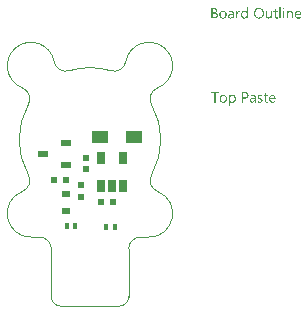
<source format=gtp>
G04*
G04 #@! TF.GenerationSoftware,Altium Limited,Altium Designer,21.3.2 (30)*
G04*
G04 Layer_Color=8421504*
%FSAX25Y25*%
%MOIN*%
G70*
G04*
G04 #@! TF.SameCoordinates,922420EC-F797-4737-9FA0-C8A043E9FC0D*
G04*
G04*
G04 #@! TF.FilePolarity,Positive*
G04*
G01*
G75*
%ADD12C,0.00197*%
%ADD13R,0.02756X0.03937*%
%ADD14R,0.02165X0.01968*%
%ADD15R,0.01968X0.02165*%
%ADD16R,0.05315X0.04331*%
%ADD17R,0.01968X0.02165*%
%ADD18R,0.03150X0.02362*%
%ADD19R,0.03543X0.02362*%
%ADD20R,0.01280X0.02461*%
G36*
X0064623Y0044275D02*
X0064650Y0044268D01*
X0064678Y0044259D01*
X0064709Y0044244D01*
X0064740Y0044225D01*
X0064771Y0044201D01*
X0064774Y0044197D01*
X0064783Y0044188D01*
X0064796Y0044173D01*
X0064811Y0044151D01*
X0064824Y0044123D01*
X0064836Y0044092D01*
X0064845Y0044055D01*
X0064848Y0044015D01*
Y0044009D01*
Y0043997D01*
X0064845Y0043978D01*
X0064839Y0043950D01*
X0064830Y0043922D01*
X0064814Y0043891D01*
X0064796Y0043861D01*
X0064771Y0043830D01*
X0064768Y0043827D01*
X0064759Y0043817D01*
X0064740Y0043805D01*
X0064719Y0043793D01*
X0064691Y0043780D01*
X0064660Y0043768D01*
X0064626Y0043759D01*
X0064586Y0043755D01*
X0064567D01*
X0064549Y0043759D01*
X0064521Y0043765D01*
X0064493Y0043774D01*
X0064462Y0043786D01*
X0064431Y0043802D01*
X0064400Y0043827D01*
X0064397Y0043830D01*
X0064388Y0043839D01*
X0064376Y0043857D01*
X0064363Y0043879D01*
X0064351Y0043904D01*
X0064338Y0043938D01*
X0064329Y0043975D01*
X0064326Y0044015D01*
Y0044021D01*
Y0044034D01*
X0064329Y0044055D01*
X0064335Y0044080D01*
X0064345Y0044111D01*
X0064357Y0044142D01*
X0064376Y0044173D01*
X0064400Y0044201D01*
X0064403Y0044203D01*
X0064413Y0044213D01*
X0064431Y0044225D01*
X0064453Y0044241D01*
X0064481Y0044253D01*
X0064512Y0044265D01*
X0064546Y0044275D01*
X0064586Y0044278D01*
X0064604D01*
X0064623Y0044275D01*
D02*
G37*
G36*
X0052655Y0040610D02*
X0052254D01*
Y0041033D01*
X0052244D01*
X0052241Y0041027D01*
X0052232Y0041012D01*
X0052213Y0040990D01*
X0052192Y0040959D01*
X0052161Y0040922D01*
X0052127Y0040882D01*
X0052083Y0040839D01*
X0052031Y0040792D01*
X0051975Y0040746D01*
X0051911Y0040703D01*
X0051839Y0040662D01*
X0051762Y0040625D01*
X0051679Y0040594D01*
X0051586Y0040573D01*
X0051487Y0040557D01*
X0051382Y0040551D01*
X0051360D01*
X0051336Y0040554D01*
X0051305Y0040557D01*
X0051265Y0040560D01*
X0051218Y0040570D01*
X0051166Y0040579D01*
X0051110Y0040594D01*
X0051051Y0040610D01*
X0050990Y0040635D01*
X0050928Y0040659D01*
X0050863Y0040693D01*
X0050801Y0040730D01*
X0050739Y0040777D01*
X0050681Y0040829D01*
X0050625Y0040888D01*
X0050622Y0040891D01*
X0050613Y0040903D01*
X0050600Y0040922D01*
X0050582Y0040950D01*
X0050560Y0040984D01*
X0050535Y0041024D01*
X0050511Y0041073D01*
X0050486Y0041129D01*
X0050458Y0041191D01*
X0050433Y0041259D01*
X0050409Y0041336D01*
X0050387Y0041416D01*
X0050369Y0041503D01*
X0050356Y0041599D01*
X0050347Y0041698D01*
X0050344Y0041803D01*
Y0041806D01*
Y0041809D01*
Y0041818D01*
Y0041830D01*
X0050347Y0041861D01*
X0050350Y0041905D01*
X0050353Y0041960D01*
X0050359Y0042019D01*
X0050369Y0042087D01*
X0050384Y0042161D01*
X0050400Y0042238D01*
X0050421Y0042322D01*
X0050446Y0042402D01*
X0050477Y0042489D01*
X0050511Y0042569D01*
X0050554Y0042649D01*
X0050600Y0042726D01*
X0050656Y0042801D01*
X0050659Y0042804D01*
X0050671Y0042816D01*
X0050690Y0042835D01*
X0050715Y0042859D01*
X0050745Y0042887D01*
X0050783Y0042921D01*
X0050829Y0042955D01*
X0050878Y0042989D01*
X0050937Y0043023D01*
X0050999Y0043057D01*
X0051067Y0043091D01*
X0051141Y0043119D01*
X0051221Y0043144D01*
X0051308Y0043162D01*
X0051398Y0043175D01*
X0051493Y0043178D01*
X0051515D01*
X0051543Y0043175D01*
X0051577Y0043172D01*
X0051620Y0043165D01*
X0051669Y0043156D01*
X0051722Y0043144D01*
X0051781Y0043128D01*
X0051842Y0043107D01*
X0051904Y0043079D01*
X0051966Y0043045D01*
X0052028Y0043005D01*
X0052087Y0042958D01*
X0052145Y0042906D01*
X0052198Y0042841D01*
X0052244Y0042770D01*
X0052254D01*
Y0044324D01*
X0052655D01*
Y0040610D01*
D02*
G37*
G36*
X0066869Y0043175D02*
X0066897D01*
X0066931Y0043168D01*
X0066971Y0043162D01*
X0067014Y0043156D01*
X0067061Y0043144D01*
X0067110Y0043131D01*
X0067163Y0043113D01*
X0067215Y0043091D01*
X0067268Y0043063D01*
X0067317Y0043032D01*
X0067367Y0042998D01*
X0067413Y0042955D01*
X0067456Y0042909D01*
X0067459Y0042906D01*
X0067466Y0042897D01*
X0067478Y0042881D01*
X0067490Y0042859D01*
X0067506Y0042832D01*
X0067524Y0042798D01*
X0067546Y0042757D01*
X0067567Y0042714D01*
X0067586Y0042662D01*
X0067608Y0042606D01*
X0067626Y0042541D01*
X0067642Y0042473D01*
X0067654Y0042399D01*
X0067666Y0042319D01*
X0067673Y0042235D01*
X0067676Y0042143D01*
Y0040610D01*
X0067274D01*
Y0042041D01*
Y0042044D01*
Y0042050D01*
Y0042059D01*
Y0042074D01*
X0067271Y0042093D01*
Y0042115D01*
X0067265Y0042164D01*
X0067255Y0042226D01*
X0067243Y0042294D01*
X0067225Y0042365D01*
X0067200Y0042439D01*
X0067169Y0042513D01*
X0067132Y0042584D01*
X0067085Y0042652D01*
X0067027Y0042714D01*
X0066962Y0042764D01*
X0066925Y0042785D01*
X0066882Y0042804D01*
X0066838Y0042819D01*
X0066792Y0042829D01*
X0066742Y0042835D01*
X0066690Y0042838D01*
X0066662D01*
X0066641Y0042835D01*
X0066616Y0042832D01*
X0066585Y0042825D01*
X0066551Y0042819D01*
X0066517Y0042810D01*
X0066477Y0042798D01*
X0066437Y0042782D01*
X0066396Y0042764D01*
X0066353Y0042742D01*
X0066313Y0042714D01*
X0066270Y0042683D01*
X0066229Y0042649D01*
X0066192Y0042609D01*
X0066189Y0042606D01*
X0066183Y0042600D01*
X0066174Y0042588D01*
X0066162Y0042569D01*
X0066146Y0042547D01*
X0066131Y0042520D01*
X0066112Y0042489D01*
X0066094Y0042455D01*
X0066075Y0042414D01*
X0066057Y0042371D01*
X0066041Y0042325D01*
X0066026Y0042275D01*
X0066013Y0042220D01*
X0066004Y0042164D01*
X0065998Y0042102D01*
X0065995Y0042041D01*
Y0040610D01*
X0065593D01*
Y0043119D01*
X0065995D01*
Y0042702D01*
X0066004D01*
X0066007Y0042708D01*
X0066016Y0042723D01*
X0066035Y0042745D01*
X0066057Y0042776D01*
X0066087Y0042813D01*
X0066121Y0042853D01*
X0066165Y0042897D01*
X0066214Y0042940D01*
X0066270Y0042983D01*
X0066331Y0043026D01*
X0066400Y0043066D01*
X0066471Y0043104D01*
X0066551Y0043134D01*
X0066637Y0043156D01*
X0066730Y0043172D01*
X0066829Y0043178D01*
X0066847D01*
X0066869Y0043175D01*
D02*
G37*
G36*
X0049893Y0043159D02*
X0049927D01*
X0049964Y0043153D01*
X0050004Y0043147D01*
X0050044Y0043141D01*
X0050078Y0043128D01*
Y0042711D01*
X0050072Y0042714D01*
X0050060Y0042723D01*
X0050035Y0042736D01*
X0050001Y0042751D01*
X0049955Y0042767D01*
X0049905Y0042779D01*
X0049843Y0042788D01*
X0049772Y0042791D01*
X0049747D01*
X0049729Y0042788D01*
X0049707Y0042785D01*
X0049683Y0042779D01*
X0049624Y0042761D01*
X0049590Y0042748D01*
X0049556Y0042733D01*
X0049519Y0042711D01*
X0049482Y0042689D01*
X0049448Y0042662D01*
X0049411Y0042628D01*
X0049377Y0042591D01*
X0049343Y0042547D01*
X0049340Y0042544D01*
X0049336Y0042535D01*
X0049327Y0042523D01*
X0049315Y0042504D01*
X0049303Y0042479D01*
X0049287Y0042448D01*
X0049272Y0042414D01*
X0049256Y0042374D01*
X0049241Y0042331D01*
X0049225Y0042282D01*
X0049210Y0042226D01*
X0049197Y0042167D01*
X0049185Y0042102D01*
X0049176Y0042034D01*
X0049173Y0041963D01*
X0049170Y0041886D01*
Y0040610D01*
X0048768D01*
Y0043119D01*
X0049170D01*
Y0042600D01*
X0049179D01*
Y0042603D01*
X0049182Y0042612D01*
X0049188Y0042625D01*
X0049194Y0042643D01*
X0049204Y0042665D01*
X0049216Y0042693D01*
X0049244Y0042751D01*
X0049281Y0042819D01*
X0049327Y0042887D01*
X0049380Y0042952D01*
X0049442Y0043014D01*
X0049445Y0043017D01*
X0049451Y0043020D01*
X0049460Y0043026D01*
X0049472Y0043039D01*
X0049488Y0043048D01*
X0049510Y0043060D01*
X0049556Y0043088D01*
X0049615Y0043116D01*
X0049683Y0043141D01*
X0049757Y0043156D01*
X0049797Y0043159D01*
X0049837Y0043162D01*
X0049862D01*
X0049893Y0043159D01*
D02*
G37*
G36*
X0060655Y0040610D02*
X0060254D01*
Y0041005D01*
X0060244D01*
X0060241Y0040999D01*
X0060232Y0040987D01*
X0060216Y0040962D01*
X0060198Y0040934D01*
X0060170Y0040900D01*
X0060136Y0040863D01*
X0060099Y0040820D01*
X0060053Y0040780D01*
X0060003Y0040737D01*
X0059944Y0040696D01*
X0059883Y0040656D01*
X0059812Y0040622D01*
X0059734Y0040594D01*
X0059654Y0040570D01*
X0059564Y0040557D01*
X0059469Y0040551D01*
X0059447D01*
X0059431Y0040554D01*
X0059410D01*
X0059385Y0040557D01*
X0059357Y0040563D01*
X0059330Y0040567D01*
X0059262Y0040585D01*
X0059184Y0040607D01*
X0059104Y0040641D01*
X0059064Y0040662D01*
X0059021Y0040684D01*
X0058977Y0040712D01*
X0058937Y0040740D01*
X0058897Y0040774D01*
X0058857Y0040811D01*
X0058817Y0040854D01*
X0058780Y0040897D01*
X0058746Y0040947D01*
X0058712Y0041002D01*
X0058684Y0041061D01*
X0058656Y0041123D01*
X0058631Y0041191D01*
X0058610Y0041265D01*
X0058594Y0041345D01*
X0058582Y0041429D01*
X0058576Y0041521D01*
X0058573Y0041617D01*
Y0043119D01*
X0058971D01*
Y0041682D01*
Y0041679D01*
Y0041673D01*
Y0041664D01*
Y0041648D01*
X0058974Y0041630D01*
Y0041608D01*
X0058980Y0041559D01*
X0058990Y0041497D01*
X0059002Y0041432D01*
X0059024Y0041358D01*
X0059048Y0041287D01*
X0059079Y0041212D01*
X0059119Y0041138D01*
X0059169Y0041073D01*
X0059228Y0041012D01*
X0059299Y0040962D01*
X0059336Y0040940D01*
X0059379Y0040922D01*
X0059425Y0040907D01*
X0059472Y0040897D01*
X0059524Y0040891D01*
X0059580Y0040888D01*
X0059608D01*
X0059629Y0040891D01*
X0059654Y0040894D01*
X0059682Y0040900D01*
X0059716Y0040907D01*
X0059750Y0040916D01*
X0059787Y0040925D01*
X0059827Y0040940D01*
X0059867Y0040959D01*
X0059907Y0040981D01*
X0059948Y0041005D01*
X0059988Y0041033D01*
X0060025Y0041067D01*
X0060062Y0041104D01*
X0060065Y0041107D01*
X0060071Y0041113D01*
X0060080Y0041126D01*
X0060093Y0041144D01*
X0060105Y0041166D01*
X0060124Y0041191D01*
X0060139Y0041222D01*
X0060158Y0041256D01*
X0060176Y0041296D01*
X0060192Y0041339D01*
X0060210Y0041385D01*
X0060223Y0041435D01*
X0060235Y0041491D01*
X0060244Y0041546D01*
X0060250Y0041608D01*
X0060254Y0041673D01*
Y0043119D01*
X0060655D01*
Y0040610D01*
D02*
G37*
G36*
X0064780D02*
X0064379D01*
Y0043119D01*
X0064780D01*
Y0040610D01*
D02*
G37*
G36*
X0063566D02*
X0063164D01*
Y0044324D01*
X0063566D01*
Y0040610D01*
D02*
G37*
G36*
X0047164Y0043175D02*
X0047186D01*
X0047207Y0043172D01*
X0047235Y0043168D01*
X0047266Y0043162D01*
X0047331Y0043150D01*
X0047408Y0043128D01*
X0047486Y0043100D01*
X0047569Y0043060D01*
X0047652Y0043011D01*
X0047693Y0042983D01*
X0047733Y0042949D01*
X0047770Y0042912D01*
X0047807Y0042875D01*
X0047841Y0042832D01*
X0047872Y0042782D01*
X0047903Y0042733D01*
X0047930Y0042677D01*
X0047952Y0042615D01*
X0047974Y0042550D01*
X0047989Y0042482D01*
X0048002Y0042405D01*
X0048008Y0042328D01*
X0048011Y0042241D01*
Y0040610D01*
X0047609D01*
Y0040999D01*
X0047600D01*
X0047597Y0040993D01*
X0047588Y0040981D01*
X0047572Y0040959D01*
X0047550Y0040928D01*
X0047523Y0040894D01*
X0047489Y0040857D01*
X0047452Y0040817D01*
X0047405Y0040777D01*
X0047353Y0040734D01*
X0047297Y0040693D01*
X0047232Y0040656D01*
X0047164Y0040622D01*
X0047087Y0040591D01*
X0047007Y0040570D01*
X0046920Y0040557D01*
X0046827Y0040551D01*
X0046790D01*
X0046766Y0040554D01*
X0046735Y0040557D01*
X0046698Y0040560D01*
X0046657Y0040567D01*
X0046614Y0040576D01*
X0046518Y0040601D01*
X0046472Y0040616D01*
X0046423Y0040635D01*
X0046373Y0040656D01*
X0046327Y0040684D01*
X0046284Y0040715D01*
X0046240Y0040749D01*
X0046237Y0040752D01*
X0046231Y0040758D01*
X0046222Y0040771D01*
X0046206Y0040786D01*
X0046191Y0040804D01*
X0046175Y0040829D01*
X0046154Y0040857D01*
X0046135Y0040888D01*
X0046117Y0040925D01*
X0046098Y0040965D01*
X0046080Y0041008D01*
X0046064Y0041055D01*
X0046049Y0041104D01*
X0046040Y0041157D01*
X0046033Y0041216D01*
X0046030Y0041274D01*
Y0041277D01*
Y0041284D01*
Y0041293D01*
X0046033Y0041305D01*
Y0041321D01*
X0046036Y0041339D01*
X0046043Y0041385D01*
X0046055Y0041441D01*
X0046073Y0041503D01*
X0046098Y0041571D01*
X0046135Y0041642D01*
X0046178Y0041713D01*
X0046231Y0041784D01*
X0046265Y0041818D01*
X0046299Y0041852D01*
X0046339Y0041886D01*
X0046379Y0041917D01*
X0046426Y0041948D01*
X0046475Y0041976D01*
X0046528Y0042000D01*
X0046586Y0042025D01*
X0046648Y0042047D01*
X0046713Y0042065D01*
X0046784Y0042081D01*
X0046858Y0042093D01*
X0047609Y0042198D01*
Y0042201D01*
Y0042204D01*
Y0042214D01*
Y0042226D01*
X0047606Y0042257D01*
X0047600Y0042297D01*
X0047594Y0042346D01*
X0047581Y0042402D01*
X0047566Y0042458D01*
X0047544Y0042520D01*
X0047517Y0042578D01*
X0047482Y0042637D01*
X0047442Y0042689D01*
X0047393Y0042739D01*
X0047331Y0042779D01*
X0047263Y0042810D01*
X0047226Y0042822D01*
X0047183Y0042832D01*
X0047139Y0042835D01*
X0047093Y0042838D01*
X0047071D01*
X0047050Y0042835D01*
X0047016Y0042832D01*
X0046976Y0042829D01*
X0046929Y0042822D01*
X0046877Y0042813D01*
X0046821Y0042801D01*
X0046759Y0042782D01*
X0046694Y0042764D01*
X0046627Y0042739D01*
X0046556Y0042708D01*
X0046484Y0042671D01*
X0046413Y0042631D01*
X0046342Y0042584D01*
X0046274Y0042529D01*
Y0042940D01*
X0046277Y0042943D01*
X0046290Y0042949D01*
X0046311Y0042961D01*
X0046339Y0042977D01*
X0046376Y0042995D01*
X0046416Y0043014D01*
X0046466Y0043036D01*
X0046521Y0043060D01*
X0046580Y0043082D01*
X0046645Y0043104D01*
X0046716Y0043122D01*
X0046790Y0043141D01*
X0046871Y0043156D01*
X0046951Y0043168D01*
X0047038Y0043175D01*
X0047127Y0043178D01*
X0047149D01*
X0047164Y0043175D01*
D02*
G37*
G36*
X0041528Y0044120D02*
X0041565Y0044117D01*
X0041608Y0044111D01*
X0041658Y0044105D01*
X0041714Y0044095D01*
X0041769Y0044083D01*
X0041828Y0044068D01*
X0041890Y0044049D01*
X0041948Y0044027D01*
X0042010Y0044003D01*
X0042066Y0043972D01*
X0042121Y0043938D01*
X0042174Y0043898D01*
X0042177Y0043894D01*
X0042186Y0043888D01*
X0042199Y0043876D01*
X0042214Y0043857D01*
X0042236Y0043836D01*
X0042257Y0043808D01*
X0042282Y0043777D01*
X0042307Y0043743D01*
X0042331Y0043703D01*
X0042356Y0043660D01*
X0042378Y0043610D01*
X0042399Y0043561D01*
X0042415Y0043505D01*
X0042427Y0043446D01*
X0042437Y0043385D01*
X0042440Y0043320D01*
Y0043317D01*
Y0043307D01*
Y0043292D01*
X0042437Y0043270D01*
X0042433Y0043242D01*
X0042430Y0043215D01*
X0042427Y0043181D01*
X0042421Y0043144D01*
X0042399Y0043060D01*
X0042372Y0042974D01*
X0042353Y0042927D01*
X0042331Y0042884D01*
X0042307Y0042841D01*
X0042279Y0042798D01*
X0042276Y0042794D01*
X0042273Y0042788D01*
X0042263Y0042776D01*
X0042248Y0042761D01*
X0042233Y0042745D01*
X0042214Y0042723D01*
X0042189Y0042702D01*
X0042165Y0042677D01*
X0042134Y0042652D01*
X0042100Y0042625D01*
X0042063Y0042600D01*
X0042022Y0042572D01*
X0041979Y0042547D01*
X0041936Y0042526D01*
X0041834Y0042485D01*
Y0042476D01*
X0041837D01*
X0041849Y0042473D01*
X0041868Y0042470D01*
X0041893Y0042467D01*
X0041924Y0042461D01*
X0041958Y0042452D01*
X0041998Y0042439D01*
X0042038Y0042427D01*
X0042127Y0042393D01*
X0042177Y0042371D01*
X0042223Y0042343D01*
X0042270Y0042316D01*
X0042316Y0042285D01*
X0042362Y0042248D01*
X0042402Y0042207D01*
X0042406Y0042204D01*
X0042412Y0042198D01*
X0042421Y0042186D01*
X0042437Y0042167D01*
X0042452Y0042143D01*
X0042470Y0042118D01*
X0042489Y0042084D01*
X0042511Y0042050D01*
X0042529Y0042010D01*
X0042548Y0041963D01*
X0042566Y0041917D01*
X0042582Y0041864D01*
X0042597Y0041806D01*
X0042606Y0041747D01*
X0042613Y0041685D01*
X0042616Y0041617D01*
Y0041611D01*
Y0041599D01*
X0042613Y0041574D01*
X0042610Y0041543D01*
X0042606Y0041503D01*
X0042597Y0041460D01*
X0042588Y0041410D01*
X0042576Y0041358D01*
X0042557Y0041299D01*
X0042535Y0041240D01*
X0042511Y0041181D01*
X0042480Y0041120D01*
X0042443Y0041058D01*
X0042399Y0040999D01*
X0042350Y0040944D01*
X0042291Y0040888D01*
X0042288Y0040885D01*
X0042276Y0040876D01*
X0042257Y0040863D01*
X0042233Y0040845D01*
X0042202Y0040823D01*
X0042162Y0040801D01*
X0042118Y0040774D01*
X0042069Y0040749D01*
X0042010Y0040724D01*
X0041948Y0040699D01*
X0041883Y0040675D01*
X0041809Y0040653D01*
X0041732Y0040635D01*
X0041652Y0040622D01*
X0041565Y0040613D01*
X0041475Y0040610D01*
X0040453D01*
Y0044123D01*
X0041494D01*
X0041528Y0044120D01*
D02*
G37*
G36*
X0061996Y0043119D02*
X0062630D01*
Y0042773D01*
X0061996D01*
Y0041361D01*
Y0041358D01*
Y0041348D01*
Y0041336D01*
Y0041321D01*
X0061999Y0041299D01*
X0062002Y0041274D01*
X0062009Y0041222D01*
X0062018Y0041160D01*
X0062033Y0041101D01*
X0062055Y0041046D01*
X0062067Y0041021D01*
X0062083Y0040999D01*
X0062086Y0040996D01*
X0062098Y0040984D01*
X0062120Y0040965D01*
X0062151Y0040947D01*
X0062191Y0040925D01*
X0062240Y0040910D01*
X0062299Y0040897D01*
X0062367Y0040891D01*
X0062392D01*
X0062420Y0040894D01*
X0062457Y0040900D01*
X0062497Y0040913D01*
X0062543Y0040925D01*
X0062586Y0040947D01*
X0062630Y0040975D01*
Y0040631D01*
X0062627D01*
X0062624Y0040628D01*
X0062614Y0040625D01*
X0062605Y0040619D01*
X0062571Y0040607D01*
X0062531Y0040594D01*
X0062475Y0040582D01*
X0062410Y0040570D01*
X0062336Y0040560D01*
X0062253Y0040557D01*
X0062225D01*
X0062191Y0040563D01*
X0062151Y0040570D01*
X0062101Y0040579D01*
X0062046Y0040598D01*
X0061984Y0040619D01*
X0061925Y0040650D01*
X0061863Y0040687D01*
X0061802Y0040737D01*
X0061746Y0040795D01*
X0061721Y0040829D01*
X0061696Y0040866D01*
X0061675Y0040907D01*
X0061656Y0040950D01*
X0061638Y0040996D01*
X0061622Y0041049D01*
X0061610Y0041101D01*
X0061601Y0041160D01*
X0061598Y0041222D01*
X0061594Y0041290D01*
Y0042773D01*
X0061165D01*
Y0043119D01*
X0061594D01*
Y0043731D01*
X0061996Y0043861D01*
Y0043119D01*
D02*
G37*
G36*
X0069465Y0043175D02*
X0069499Y0043172D01*
X0069542Y0043168D01*
X0069588Y0043162D01*
X0069641Y0043150D01*
X0069696Y0043137D01*
X0069758Y0043122D01*
X0069820Y0043100D01*
X0069882Y0043073D01*
X0069947Y0043042D01*
X0070009Y0043005D01*
X0070067Y0042961D01*
X0070126Y0042912D01*
X0070179Y0042856D01*
X0070182Y0042853D01*
X0070191Y0042841D01*
X0070203Y0042822D01*
X0070222Y0042798D01*
X0070240Y0042767D01*
X0070265Y0042726D01*
X0070290Y0042680D01*
X0070315Y0042628D01*
X0070339Y0042566D01*
X0070364Y0042501D01*
X0070389Y0042427D01*
X0070407Y0042349D01*
X0070426Y0042263D01*
X0070438Y0042173D01*
X0070447Y0042074D01*
X0070451Y0041973D01*
Y0041762D01*
X0068677D01*
Y0041756D01*
Y0041744D01*
X0068680Y0041722D01*
X0068683Y0041695D01*
X0068686Y0041657D01*
X0068692Y0041617D01*
X0068698Y0041574D01*
X0068711Y0041524D01*
X0068739Y0041420D01*
X0068757Y0041367D01*
X0068779Y0041311D01*
X0068804Y0041259D01*
X0068831Y0041206D01*
X0068865Y0041160D01*
X0068902Y0041113D01*
X0068906Y0041110D01*
X0068912Y0041104D01*
X0068924Y0041092D01*
X0068943Y0041080D01*
X0068964Y0041061D01*
X0068992Y0041043D01*
X0069023Y0041021D01*
X0069057Y0041002D01*
X0069097Y0040981D01*
X0069143Y0040959D01*
X0069190Y0040940D01*
X0069245Y0040922D01*
X0069301Y0040910D01*
X0069363Y0040897D01*
X0069428Y0040891D01*
X0069496Y0040888D01*
X0069514D01*
X0069536Y0040891D01*
X0069567D01*
X0069604Y0040897D01*
X0069647Y0040903D01*
X0069696Y0040913D01*
X0069752Y0040922D01*
X0069811Y0040937D01*
X0069873Y0040956D01*
X0069937Y0040978D01*
X0070002Y0041005D01*
X0070070Y0041036D01*
X0070138Y0041073D01*
X0070206Y0041117D01*
X0070274Y0041166D01*
Y0040789D01*
X0070271Y0040786D01*
X0070259Y0040780D01*
X0070240Y0040767D01*
X0070216Y0040752D01*
X0070182Y0040734D01*
X0070142Y0040715D01*
X0070095Y0040693D01*
X0070043Y0040672D01*
X0069981Y0040647D01*
X0069916Y0040625D01*
X0069845Y0040607D01*
X0069768Y0040588D01*
X0069684Y0040573D01*
X0069595Y0040560D01*
X0069499Y0040554D01*
X0069400Y0040551D01*
X0069375D01*
X0069350Y0040554D01*
X0069313Y0040557D01*
X0069267Y0040560D01*
X0069214Y0040570D01*
X0069159Y0040579D01*
X0069097Y0040594D01*
X0069032Y0040613D01*
X0068964Y0040635D01*
X0068893Y0040662D01*
X0068825Y0040693D01*
X0068754Y0040734D01*
X0068689Y0040780D01*
X0068624Y0040832D01*
X0068566Y0040891D01*
X0068563Y0040894D01*
X0068553Y0040907D01*
X0068538Y0040928D01*
X0068519Y0040956D01*
X0068494Y0040990D01*
X0068470Y0041033D01*
X0068442Y0041083D01*
X0068414Y0041141D01*
X0068386Y0041203D01*
X0068358Y0041277D01*
X0068334Y0041355D01*
X0068309Y0041441D01*
X0068291Y0041534D01*
X0068275Y0041633D01*
X0068266Y0041741D01*
X0068263Y0041852D01*
Y0041855D01*
Y0041858D01*
Y0041868D01*
Y0041877D01*
X0068266Y0041908D01*
X0068269Y0041951D01*
X0068272Y0042000D01*
X0068281Y0042056D01*
X0068291Y0042121D01*
X0068303Y0042192D01*
X0068322Y0042266D01*
X0068343Y0042343D01*
X0068371Y0042424D01*
X0068402Y0042504D01*
X0068439Y0042581D01*
X0068485Y0042662D01*
X0068535Y0042736D01*
X0068593Y0042807D01*
X0068597Y0042810D01*
X0068609Y0042822D01*
X0068627Y0042841D01*
X0068652Y0042866D01*
X0068686Y0042893D01*
X0068726Y0042924D01*
X0068770Y0042958D01*
X0068822Y0042992D01*
X0068878Y0043026D01*
X0068943Y0043060D01*
X0069011Y0043091D01*
X0069082Y0043119D01*
X0069159Y0043144D01*
X0069242Y0043162D01*
X0069329Y0043175D01*
X0069418Y0043178D01*
X0069440D01*
X0069465Y0043175D01*
D02*
G37*
G36*
X0056422Y0044179D02*
X0056444D01*
X0056465Y0044176D01*
X0056493D01*
X0056555Y0044166D01*
X0056626Y0044157D01*
X0056706Y0044142D01*
X0056793Y0044120D01*
X0056882Y0044095D01*
X0056978Y0044061D01*
X0057074Y0044021D01*
X0057173Y0043975D01*
X0057272Y0043919D01*
X0057364Y0043854D01*
X0057457Y0043777D01*
X0057543Y0043691D01*
X0057550Y0043684D01*
X0057562Y0043669D01*
X0057584Y0043641D01*
X0057615Y0043601D01*
X0057645Y0043551D01*
X0057686Y0043493D01*
X0057726Y0043425D01*
X0057766Y0043348D01*
X0057806Y0043258D01*
X0057846Y0043162D01*
X0057886Y0043057D01*
X0057920Y0042943D01*
X0057948Y0042819D01*
X0057970Y0042689D01*
X0057982Y0042553D01*
X0057989Y0042408D01*
Y0042405D01*
Y0042399D01*
Y0042387D01*
Y0042371D01*
X0057985Y0042349D01*
Y0042325D01*
X0057982Y0042297D01*
Y0042266D01*
X0057979Y0042232D01*
X0057976Y0042195D01*
X0057964Y0042112D01*
X0057951Y0042016D01*
X0057933Y0041917D01*
X0057908Y0041809D01*
X0057877Y0041698D01*
X0057840Y0041586D01*
X0057797Y0041472D01*
X0057744Y0041361D01*
X0057683Y0041249D01*
X0057612Y0041148D01*
X0057531Y0041049D01*
X0057525Y0041043D01*
X0057510Y0041027D01*
X0057485Y0041002D01*
X0057448Y0040971D01*
X0057401Y0040934D01*
X0057346Y0040891D01*
X0057284Y0040848D01*
X0057210Y0040801D01*
X0057126Y0040755D01*
X0057034Y0040709D01*
X0056935Y0040666D01*
X0056827Y0040628D01*
X0056709Y0040598D01*
X0056586Y0040573D01*
X0056453Y0040557D01*
X0056314Y0040551D01*
X0056280D01*
X0056264Y0040554D01*
X0056243D01*
X0056218Y0040557D01*
X0056190Y0040560D01*
X0056125Y0040567D01*
X0056054Y0040576D01*
X0055971Y0040591D01*
X0055884Y0040613D01*
X0055788Y0040638D01*
X0055693Y0040672D01*
X0055594Y0040712D01*
X0055492Y0040758D01*
X0055393Y0040814D01*
X0055297Y0040882D01*
X0055201Y0040956D01*
X0055115Y0041043D01*
X0055109Y0041049D01*
X0055096Y0041064D01*
X0055075Y0041092D01*
X0055044Y0041132D01*
X0055010Y0041181D01*
X0054973Y0041240D01*
X0054932Y0041308D01*
X0054892Y0041388D01*
X0054849Y0041475D01*
X0054809Y0041571D01*
X0054772Y0041676D01*
X0054738Y0041790D01*
X0054707Y0041914D01*
X0054685Y0042044D01*
X0054673Y0042180D01*
X0054667Y0042325D01*
Y0042328D01*
Y0042334D01*
Y0042346D01*
Y0042362D01*
X0054670Y0042384D01*
Y0042405D01*
X0054673Y0042433D01*
Y0042464D01*
X0054676Y0042498D01*
X0054682Y0042538D01*
X0054691Y0042618D01*
X0054704Y0042711D01*
X0054725Y0042810D01*
X0054747Y0042918D01*
X0054778Y0043026D01*
X0054815Y0043137D01*
X0054858Y0043252D01*
X0054911Y0043363D01*
X0054973Y0043471D01*
X0055044Y0043576D01*
X0055124Y0043675D01*
X0055130Y0043681D01*
X0055146Y0043697D01*
X0055170Y0043722D01*
X0055208Y0043755D01*
X0055254Y0043793D01*
X0055313Y0043836D01*
X0055377Y0043882D01*
X0055452Y0043929D01*
X0055538Y0043975D01*
X0055631Y0044021D01*
X0055733Y0044065D01*
X0055844Y0044102D01*
X0055964Y0044136D01*
X0056091Y0044160D01*
X0056227Y0044176D01*
X0056372Y0044182D01*
X0056403D01*
X0056422Y0044179D01*
D02*
G37*
G36*
X0044436Y0043175D02*
X0044476Y0043172D01*
X0044522Y0043168D01*
X0044578Y0043159D01*
X0044637Y0043150D01*
X0044701Y0043134D01*
X0044773Y0043116D01*
X0044844Y0043094D01*
X0044915Y0043066D01*
X0044989Y0043032D01*
X0045060Y0042992D01*
X0045131Y0042946D01*
X0045196Y0042893D01*
X0045258Y0042832D01*
X0045261Y0042829D01*
X0045270Y0042816D01*
X0045285Y0042794D01*
X0045307Y0042767D01*
X0045332Y0042733D01*
X0045357Y0042689D01*
X0045388Y0042640D01*
X0045415Y0042581D01*
X0045446Y0042516D01*
X0045474Y0042445D01*
X0045499Y0042368D01*
X0045523Y0042282D01*
X0045545Y0042189D01*
X0045561Y0042090D01*
X0045570Y0041985D01*
X0045573Y0041874D01*
Y0041871D01*
Y0041868D01*
Y0041858D01*
Y0041846D01*
X0045570Y0041815D01*
X0045567Y0041775D01*
X0045564Y0041722D01*
X0045554Y0041664D01*
X0045545Y0041599D01*
X0045530Y0041528D01*
X0045511Y0041453D01*
X0045489Y0041373D01*
X0045462Y0041293D01*
X0045431Y0041212D01*
X0045391Y0041132D01*
X0045344Y0041055D01*
X0045292Y0040981D01*
X0045233Y0040910D01*
X0045230Y0040907D01*
X0045217Y0040894D01*
X0045199Y0040876D01*
X0045171Y0040854D01*
X0045137Y0040826D01*
X0045097Y0040795D01*
X0045048Y0040764D01*
X0044992Y0040730D01*
X0044930Y0040696D01*
X0044862Y0040666D01*
X0044788Y0040635D01*
X0044708Y0040607D01*
X0044618Y0040585D01*
X0044525Y0040567D01*
X0044430Y0040554D01*
X0044324Y0040551D01*
X0044300D01*
X0044272Y0040554D01*
X0044232Y0040557D01*
X0044186Y0040560D01*
X0044130Y0040570D01*
X0044071Y0040579D01*
X0044006Y0040594D01*
X0043935Y0040613D01*
X0043864Y0040638D01*
X0043790Y0040666D01*
X0043716Y0040699D01*
X0043642Y0040740D01*
X0043567Y0040786D01*
X0043499Y0040839D01*
X0043435Y0040900D01*
X0043431Y0040903D01*
X0043419Y0040916D01*
X0043404Y0040937D01*
X0043382Y0040965D01*
X0043357Y0040999D01*
X0043330Y0041043D01*
X0043302Y0041092D01*
X0043271Y0041151D01*
X0043240Y0041212D01*
X0043209Y0041284D01*
X0043181Y0041361D01*
X0043156Y0041444D01*
X0043135Y0041531D01*
X0043119Y0041627D01*
X0043107Y0041728D01*
X0043104Y0041833D01*
Y0041837D01*
Y0041840D01*
Y0041849D01*
Y0041861D01*
X0043107Y0041895D01*
X0043110Y0041939D01*
X0043113Y0041991D01*
X0043123Y0042053D01*
X0043132Y0042121D01*
X0043147Y0042195D01*
X0043166Y0042272D01*
X0043187Y0042353D01*
X0043215Y0042436D01*
X0043249Y0042520D01*
X0043289Y0042600D01*
X0043333Y0042677D01*
X0043385Y0042751D01*
X0043447Y0042822D01*
X0043450Y0042825D01*
X0043462Y0042838D01*
X0043484Y0042856D01*
X0043512Y0042878D01*
X0043546Y0042906D01*
X0043589Y0042934D01*
X0043639Y0042968D01*
X0043694Y0043001D01*
X0043756Y0043032D01*
X0043827Y0043066D01*
X0043904Y0043094D01*
X0043988Y0043122D01*
X0044077Y0043144D01*
X0044173Y0043162D01*
X0044275Y0043175D01*
X0044383Y0043178D01*
X0044408D01*
X0044436Y0043175D01*
D02*
G37*
G36*
X0047655Y0015135D02*
X0047690Y0015132D01*
X0047730Y0015128D01*
X0047776Y0015119D01*
X0047829Y0015110D01*
X0047887Y0015094D01*
X0047946Y0015076D01*
X0048008Y0015054D01*
X0048070Y0015026D01*
X0048134Y0014996D01*
X0048196Y0014955D01*
X0048255Y0014909D01*
X0048314Y0014856D01*
X0048366Y0014798D01*
X0048369Y0014795D01*
X0048379Y0014782D01*
X0048391Y0014764D01*
X0048410Y0014736D01*
X0048428Y0014702D01*
X0048453Y0014662D01*
X0048478Y0014612D01*
X0048502Y0014560D01*
X0048527Y0014498D01*
X0048552Y0014430D01*
X0048576Y0014356D01*
X0048595Y0014276D01*
X0048613Y0014189D01*
X0048626Y0014096D01*
X0048635Y0013997D01*
X0048638Y0013895D01*
Y0013892D01*
Y0013889D01*
Y0013880D01*
Y0013868D01*
X0048635Y0013834D01*
X0048632Y0013790D01*
X0048629Y0013738D01*
X0048623Y0013676D01*
X0048613Y0013608D01*
X0048601Y0013534D01*
X0048583Y0013457D01*
X0048564Y0013373D01*
X0048539Y0013290D01*
X0048508Y0013206D01*
X0048474Y0013123D01*
X0048434Y0013039D01*
X0048385Y0012962D01*
X0048332Y0012888D01*
X0048329Y0012885D01*
X0048317Y0012873D01*
X0048301Y0012854D01*
X0048277Y0012829D01*
X0048246Y0012802D01*
X0048209Y0012768D01*
X0048162Y0012734D01*
X0048113Y0012700D01*
X0048057Y0012666D01*
X0047992Y0012632D01*
X0047924Y0012598D01*
X0047850Y0012570D01*
X0047770Y0012545D01*
X0047683Y0012527D01*
X0047591Y0012514D01*
X0047495Y0012511D01*
X0047473D01*
X0047449Y0012514D01*
X0047414Y0012517D01*
X0047374Y0012524D01*
X0047328Y0012533D01*
X0047276Y0012545D01*
X0047217Y0012564D01*
X0047158Y0012585D01*
X0047096Y0012613D01*
X0047034Y0012647D01*
X0046970Y0012687D01*
X0046908Y0012737D01*
X0046849Y0012792D01*
X0046793Y0012857D01*
X0046741Y0012931D01*
X0046732D01*
Y0011417D01*
X0046330D01*
Y0015079D01*
X0046732D01*
Y0014637D01*
X0046741D01*
X0046744Y0014643D01*
X0046756Y0014659D01*
X0046772Y0014683D01*
X0046797Y0014714D01*
X0046827Y0014754D01*
X0046865Y0014795D01*
X0046911Y0014841D01*
X0046960Y0014887D01*
X0047019Y0014934D01*
X0047084Y0014980D01*
X0047155Y0015020D01*
X0047232Y0015060D01*
X0047316Y0015091D01*
X0047408Y0015116D01*
X0047504Y0015132D01*
X0047609Y0015138D01*
X0047631D01*
X0047655Y0015135D01*
D02*
G37*
G36*
X0056889D02*
X0056916D01*
X0056950Y0015132D01*
X0056987Y0015128D01*
X0057028Y0015122D01*
X0057120Y0015110D01*
X0057216Y0015088D01*
X0057318Y0015060D01*
X0057417Y0015023D01*
Y0014615D01*
X0057414Y0014618D01*
X0057405Y0014625D01*
X0057389Y0014631D01*
X0057367Y0014643D01*
X0057343Y0014659D01*
X0057312Y0014674D01*
X0057275Y0014690D01*
X0057235Y0014708D01*
X0057188Y0014724D01*
X0057142Y0014739D01*
X0057089Y0014754D01*
X0057034Y0014770D01*
X0056972Y0014782D01*
X0056910Y0014788D01*
X0056848Y0014795D01*
X0056780Y0014798D01*
X0056740D01*
X0056712Y0014795D01*
X0056681Y0014792D01*
X0056647Y0014785D01*
X0056576Y0014770D01*
X0056573D01*
X0056561Y0014767D01*
X0056546Y0014761D01*
X0056524Y0014751D01*
X0056474Y0014730D01*
X0056422Y0014699D01*
X0056419Y0014696D01*
X0056413Y0014690D01*
X0056400Y0014680D01*
X0056385Y0014668D01*
X0056351Y0014634D01*
X0056320Y0014588D01*
Y0014584D01*
X0056314Y0014575D01*
X0056311Y0014563D01*
X0056304Y0014544D01*
X0056298Y0014526D01*
X0056292Y0014501D01*
X0056289Y0014473D01*
X0056286Y0014446D01*
Y0014442D01*
Y0014430D01*
X0056289Y0014412D01*
Y0014387D01*
X0056295Y0014362D01*
X0056301Y0014334D01*
X0056308Y0014307D01*
X0056320Y0014279D01*
X0056323Y0014276D01*
X0056326Y0014266D01*
X0056335Y0014254D01*
X0056348Y0014239D01*
X0056363Y0014223D01*
X0056379Y0014201D01*
X0056425Y0014161D01*
X0056428Y0014158D01*
X0056437Y0014152D01*
X0056453Y0014143D01*
X0056471Y0014130D01*
X0056496Y0014118D01*
X0056524Y0014103D01*
X0056558Y0014084D01*
X0056592Y0014069D01*
X0056595Y0014065D01*
X0056610Y0014062D01*
X0056629Y0014053D01*
X0056657Y0014044D01*
X0056691Y0014028D01*
X0056728Y0014013D01*
X0056768Y0013997D01*
X0056814Y0013979D01*
X0056817D01*
X0056820Y0013976D01*
X0056830Y0013973D01*
X0056842Y0013970D01*
X0056873Y0013957D01*
X0056913Y0013939D01*
X0056959Y0013920D01*
X0057012Y0013899D01*
X0057065Y0013874D01*
X0057114Y0013849D01*
X0057117D01*
X0057120Y0013846D01*
X0057136Y0013837D01*
X0057160Y0013824D01*
X0057191Y0013806D01*
X0057228Y0013781D01*
X0057265Y0013756D01*
X0057302Y0013725D01*
X0057340Y0013695D01*
X0057343Y0013691D01*
X0057355Y0013679D01*
X0057371Y0013664D01*
X0057392Y0013639D01*
X0057414Y0013611D01*
X0057438Y0013577D01*
X0057460Y0013540D01*
X0057482Y0013500D01*
X0057485Y0013494D01*
X0057491Y0013481D01*
X0057497Y0013457D01*
X0057507Y0013426D01*
X0057516Y0013389D01*
X0057525Y0013345D01*
X0057528Y0013296D01*
X0057531Y0013240D01*
Y0013237D01*
Y0013231D01*
Y0013222D01*
Y0013209D01*
X0057528Y0013175D01*
X0057522Y0013129D01*
X0057510Y0013080D01*
X0057497Y0013024D01*
X0057476Y0012968D01*
X0057448Y0012916D01*
X0057445Y0012910D01*
X0057432Y0012894D01*
X0057414Y0012870D01*
X0057389Y0012836D01*
X0057358Y0012802D01*
X0057321Y0012762D01*
X0057278Y0012724D01*
X0057228Y0012687D01*
X0057222Y0012684D01*
X0057204Y0012672D01*
X0057176Y0012656D01*
X0057139Y0012638D01*
X0057092Y0012616D01*
X0057037Y0012595D01*
X0056978Y0012573D01*
X0056913Y0012554D01*
X0056910D01*
X0056904Y0012551D01*
X0056895D01*
X0056882Y0012548D01*
X0056867Y0012545D01*
X0056848Y0012542D01*
X0056802Y0012533D01*
X0056743Y0012524D01*
X0056681Y0012517D01*
X0056613Y0012514D01*
X0056539Y0012511D01*
X0056502D01*
X0056474Y0012514D01*
X0056440D01*
X0056403Y0012520D01*
X0056357Y0012524D01*
X0056311Y0012530D01*
X0056258Y0012539D01*
X0056206Y0012548D01*
X0056094Y0012573D01*
X0055980Y0012610D01*
X0055924Y0012635D01*
X0055869Y0012660D01*
Y0013089D01*
X0055872Y0013086D01*
X0055884Y0013080D01*
X0055903Y0013067D01*
X0055927Y0013052D01*
X0055958Y0013033D01*
X0055992Y0013012D01*
X0056036Y0012990D01*
X0056082Y0012968D01*
X0056134Y0012947D01*
X0056190Y0012925D01*
X0056249Y0012904D01*
X0056311Y0012885D01*
X0056379Y0012870D01*
X0056447Y0012857D01*
X0056518Y0012851D01*
X0056592Y0012848D01*
X0056613D01*
X0056641Y0012851D01*
X0056675Y0012854D01*
X0056715Y0012860D01*
X0056759Y0012867D01*
X0056808Y0012879D01*
X0056858Y0012891D01*
X0056904Y0012910D01*
X0056953Y0012934D01*
X0056997Y0012962D01*
X0057037Y0012996D01*
X0057071Y0013036D01*
X0057099Y0013083D01*
X0057114Y0013138D01*
X0057120Y0013169D01*
Y0013200D01*
Y0013203D01*
Y0013219D01*
X0057117Y0013237D01*
X0057114Y0013259D01*
X0057108Y0013287D01*
X0057102Y0013315D01*
X0057089Y0013342D01*
X0057074Y0013370D01*
X0057071Y0013373D01*
X0057065Y0013383D01*
X0057055Y0013395D01*
X0057043Y0013413D01*
X0057024Y0013432D01*
X0057006Y0013454D01*
X0056981Y0013472D01*
X0056953Y0013494D01*
X0056950Y0013497D01*
X0056941Y0013503D01*
X0056923Y0013512D01*
X0056901Y0013528D01*
X0056876Y0013543D01*
X0056845Y0013559D01*
X0056808Y0013574D01*
X0056771Y0013590D01*
X0056765Y0013593D01*
X0056753Y0013596D01*
X0056731Y0013605D01*
X0056703Y0013617D01*
X0056672Y0013633D01*
X0056632Y0013648D01*
X0056592Y0013664D01*
X0056549Y0013682D01*
X0056546D01*
X0056542Y0013685D01*
X0056533Y0013689D01*
X0056521Y0013695D01*
X0056490Y0013707D01*
X0056450Y0013722D01*
X0056403Y0013744D01*
X0056354Y0013766D01*
X0056304Y0013790D01*
X0056255Y0013815D01*
X0056249Y0013818D01*
X0056233Y0013827D01*
X0056212Y0013840D01*
X0056181Y0013858D01*
X0056147Y0013883D01*
X0056113Y0013908D01*
X0056076Y0013936D01*
X0056042Y0013967D01*
X0056039Y0013970D01*
X0056029Y0013982D01*
X0056014Y0013997D01*
X0055996Y0014022D01*
X0055974Y0014050D01*
X0055952Y0014084D01*
X0055934Y0014118D01*
X0055915Y0014158D01*
X0055912Y0014164D01*
X0055909Y0014177D01*
X0055903Y0014201D01*
X0055897Y0014229D01*
X0055887Y0014266D01*
X0055881Y0014310D01*
X0055878Y0014359D01*
X0055875Y0014412D01*
Y0014415D01*
Y0014421D01*
Y0014430D01*
Y0014442D01*
X0055878Y0014473D01*
X0055884Y0014517D01*
X0055893Y0014566D01*
X0055909Y0014618D01*
X0055927Y0014671D01*
X0055955Y0014724D01*
Y0014727D01*
X0055958Y0014730D01*
X0055971Y0014745D01*
X0055989Y0014770D01*
X0056011Y0014804D01*
X0056042Y0014838D01*
X0056079Y0014875D01*
X0056122Y0014915D01*
X0056169Y0014949D01*
X0056172D01*
X0056175Y0014952D01*
X0056193Y0014965D01*
X0056221Y0014980D01*
X0056258Y0015002D01*
X0056304Y0015023D01*
X0056357Y0015048D01*
X0056416Y0015070D01*
X0056477Y0015088D01*
X0056481D01*
X0056487Y0015091D01*
X0056496Y0015094D01*
X0056508Y0015098D01*
X0056524Y0015101D01*
X0056542Y0015104D01*
X0056586Y0015113D01*
X0056641Y0015122D01*
X0056700Y0015132D01*
X0056765Y0015135D01*
X0056833Y0015138D01*
X0056864D01*
X0056889Y0015135D01*
D02*
G37*
G36*
X0054417D02*
X0054438D01*
X0054460Y0015132D01*
X0054488Y0015128D01*
X0054518Y0015122D01*
X0054583Y0015110D01*
X0054661Y0015088D01*
X0054738Y0015060D01*
X0054821Y0015020D01*
X0054905Y0014971D01*
X0054945Y0014943D01*
X0054985Y0014909D01*
X0055022Y0014872D01*
X0055059Y0014835D01*
X0055093Y0014792D01*
X0055124Y0014742D01*
X0055155Y0014693D01*
X0055183Y0014637D01*
X0055204Y0014575D01*
X0055226Y0014510D01*
X0055242Y0014442D01*
X0055254Y0014365D01*
X0055260Y0014288D01*
X0055263Y0014201D01*
Y0012570D01*
X0054861D01*
Y0012959D01*
X0054852D01*
X0054849Y0012953D01*
X0054840Y0012941D01*
X0054824Y0012919D01*
X0054803Y0012888D01*
X0054775Y0012854D01*
X0054741Y0012817D01*
X0054704Y0012777D01*
X0054658Y0012737D01*
X0054605Y0012694D01*
X0054549Y0012653D01*
X0054484Y0012616D01*
X0054417Y0012582D01*
X0054339Y0012551D01*
X0054259Y0012530D01*
X0054172Y0012517D01*
X0054080Y0012511D01*
X0054043D01*
X0054018Y0012514D01*
X0053987Y0012517D01*
X0053950Y0012520D01*
X0053910Y0012527D01*
X0053866Y0012536D01*
X0053771Y0012561D01*
X0053724Y0012576D01*
X0053675Y0012595D01*
X0053625Y0012616D01*
X0053579Y0012644D01*
X0053536Y0012675D01*
X0053493Y0012709D01*
X0053490Y0012712D01*
X0053483Y0012718D01*
X0053474Y0012731D01*
X0053459Y0012746D01*
X0053443Y0012765D01*
X0053428Y0012789D01*
X0053406Y0012817D01*
X0053387Y0012848D01*
X0053369Y0012885D01*
X0053350Y0012925D01*
X0053332Y0012968D01*
X0053316Y0013015D01*
X0053301Y0013064D01*
X0053292Y0013117D01*
X0053285Y0013175D01*
X0053282Y0013234D01*
Y0013237D01*
Y0013243D01*
Y0013253D01*
X0053285Y0013265D01*
Y0013281D01*
X0053289Y0013299D01*
X0053295Y0013345D01*
X0053307Y0013401D01*
X0053326Y0013463D01*
X0053350Y0013531D01*
X0053387Y0013602D01*
X0053431Y0013673D01*
X0053483Y0013744D01*
X0053517Y0013778D01*
X0053551Y0013812D01*
X0053591Y0013846D01*
X0053632Y0013877D01*
X0053678Y0013908D01*
X0053727Y0013936D01*
X0053780Y0013960D01*
X0053839Y0013985D01*
X0053900Y0014007D01*
X0053965Y0014025D01*
X0054036Y0014041D01*
X0054111Y0014053D01*
X0054861Y0014158D01*
Y0014161D01*
Y0014164D01*
Y0014174D01*
Y0014186D01*
X0054858Y0014217D01*
X0054852Y0014257D01*
X0054846Y0014307D01*
X0054834Y0014362D01*
X0054818Y0014418D01*
X0054796Y0014480D01*
X0054769Y0014538D01*
X0054735Y0014597D01*
X0054695Y0014649D01*
X0054645Y0014699D01*
X0054583Y0014739D01*
X0054515Y0014770D01*
X0054478Y0014782D01*
X0054435Y0014792D01*
X0054392Y0014795D01*
X0054345Y0014798D01*
X0054324D01*
X0054302Y0014795D01*
X0054268Y0014792D01*
X0054228Y0014788D01*
X0054182Y0014782D01*
X0054129Y0014773D01*
X0054074Y0014761D01*
X0054012Y0014742D01*
X0053947Y0014724D01*
X0053879Y0014699D01*
X0053808Y0014668D01*
X0053737Y0014631D01*
X0053666Y0014591D01*
X0053594Y0014544D01*
X0053527Y0014489D01*
Y0014900D01*
X0053530Y0014903D01*
X0053542Y0014909D01*
X0053564Y0014921D01*
X0053591Y0014937D01*
X0053628Y0014955D01*
X0053669Y0014974D01*
X0053718Y0014996D01*
X0053774Y0015020D01*
X0053832Y0015042D01*
X0053897Y0015064D01*
X0053968Y0015082D01*
X0054043Y0015101D01*
X0054123Y0015116D01*
X0054203Y0015128D01*
X0054290Y0015135D01*
X0054379Y0015138D01*
X0054401D01*
X0054417Y0015135D01*
D02*
G37*
G36*
X0051728Y0016080D02*
X0051768D01*
X0051815Y0016074D01*
X0051870Y0016068D01*
X0051929Y0016062D01*
X0051997Y0016049D01*
X0052065Y0016034D01*
X0052136Y0016015D01*
X0052207Y0015994D01*
X0052281Y0015966D01*
X0052352Y0015935D01*
X0052420Y0015898D01*
X0052485Y0015858D01*
X0052547Y0015808D01*
X0052550Y0015805D01*
X0052559Y0015796D01*
X0052575Y0015780D01*
X0052596Y0015759D01*
X0052618Y0015728D01*
X0052646Y0015694D01*
X0052674Y0015654D01*
X0052705Y0015607D01*
X0052732Y0015555D01*
X0052760Y0015499D01*
X0052788Y0015434D01*
X0052810Y0015366D01*
X0052831Y0015289D01*
X0052847Y0015209D01*
X0052856Y0015125D01*
X0052859Y0015033D01*
Y0015026D01*
Y0015011D01*
X0052856Y0014983D01*
X0052853Y0014949D01*
X0052850Y0014906D01*
X0052841Y0014856D01*
X0052831Y0014804D01*
X0052816Y0014742D01*
X0052797Y0014680D01*
X0052776Y0014612D01*
X0052748Y0014544D01*
X0052714Y0014476D01*
X0052674Y0014408D01*
X0052627Y0014340D01*
X0052575Y0014276D01*
X0052513Y0014214D01*
X0052510Y0014211D01*
X0052498Y0014201D01*
X0052479Y0014186D01*
X0052451Y0014164D01*
X0052417Y0014140D01*
X0052374Y0014112D01*
X0052324Y0014084D01*
X0052269Y0014056D01*
X0052207Y0014025D01*
X0052136Y0013997D01*
X0052059Y0013970D01*
X0051978Y0013945D01*
X0051889Y0013926D01*
X0051793Y0013908D01*
X0051694Y0013899D01*
X0051586Y0013895D01*
X0051122D01*
Y0012570D01*
X0050712D01*
Y0016083D01*
X0051700D01*
X0051728Y0016080D01*
D02*
G37*
G36*
X0042891Y0015709D02*
X0041877D01*
Y0012570D01*
X0041466D01*
Y0015709D01*
X0040453D01*
Y0016083D01*
X0042891D01*
Y0015709D01*
D02*
G37*
G36*
X0058681Y0015079D02*
X0059314D01*
Y0014733D01*
X0058681D01*
Y0013321D01*
Y0013318D01*
Y0013308D01*
Y0013296D01*
Y0013281D01*
X0058684Y0013259D01*
X0058687Y0013234D01*
X0058693Y0013182D01*
X0058702Y0013120D01*
X0058718Y0013061D01*
X0058739Y0013006D01*
X0058752Y0012981D01*
X0058767Y0012959D01*
X0058770Y0012956D01*
X0058783Y0012944D01*
X0058804Y0012925D01*
X0058835Y0012907D01*
X0058875Y0012885D01*
X0058925Y0012870D01*
X0058983Y0012857D01*
X0059052Y0012851D01*
X0059076D01*
X0059104Y0012854D01*
X0059141Y0012860D01*
X0059181Y0012873D01*
X0059228Y0012885D01*
X0059271Y0012907D01*
X0059314Y0012934D01*
Y0012592D01*
X0059311D01*
X0059308Y0012588D01*
X0059299Y0012585D01*
X0059289Y0012579D01*
X0059255Y0012567D01*
X0059215Y0012554D01*
X0059160Y0012542D01*
X0059095Y0012530D01*
X0059021Y0012520D01*
X0058937Y0012517D01*
X0058909D01*
X0058875Y0012524D01*
X0058835Y0012530D01*
X0058786Y0012539D01*
X0058730Y0012558D01*
X0058668Y0012579D01*
X0058610Y0012610D01*
X0058548Y0012647D01*
X0058486Y0012697D01*
X0058430Y0012755D01*
X0058406Y0012789D01*
X0058381Y0012826D01*
X0058359Y0012867D01*
X0058341Y0012910D01*
X0058322Y0012956D01*
X0058307Y0013009D01*
X0058294Y0013061D01*
X0058285Y0013120D01*
X0058282Y0013182D01*
X0058279Y0013250D01*
Y0014733D01*
X0057850D01*
Y0015079D01*
X0058279D01*
Y0015691D01*
X0058681Y0015821D01*
Y0015079D01*
D02*
G37*
G36*
X0060881Y0015135D02*
X0060915Y0015132D01*
X0060958Y0015128D01*
X0061004Y0015122D01*
X0061057Y0015110D01*
X0061112Y0015098D01*
X0061174Y0015082D01*
X0061236Y0015060D01*
X0061298Y0015033D01*
X0061363Y0015002D01*
X0061425Y0014965D01*
X0061483Y0014921D01*
X0061542Y0014872D01*
X0061594Y0014816D01*
X0061598Y0014813D01*
X0061607Y0014801D01*
X0061619Y0014782D01*
X0061638Y0014758D01*
X0061656Y0014727D01*
X0061681Y0014686D01*
X0061706Y0014640D01*
X0061730Y0014588D01*
X0061755Y0014526D01*
X0061780Y0014461D01*
X0061805Y0014387D01*
X0061823Y0014310D01*
X0061842Y0014223D01*
X0061854Y0014133D01*
X0061863Y0014035D01*
X0061866Y0013933D01*
Y0013722D01*
X0060093D01*
Y0013716D01*
Y0013704D01*
X0060096Y0013682D01*
X0060099Y0013655D01*
X0060102Y0013617D01*
X0060108Y0013577D01*
X0060114Y0013534D01*
X0060127Y0013485D01*
X0060155Y0013379D01*
X0060173Y0013327D01*
X0060195Y0013271D01*
X0060220Y0013219D01*
X0060247Y0013166D01*
X0060281Y0013120D01*
X0060318Y0013073D01*
X0060321Y0013070D01*
X0060328Y0013064D01*
X0060340Y0013052D01*
X0060359Y0013039D01*
X0060380Y0013021D01*
X0060408Y0013002D01*
X0060439Y0012981D01*
X0060473Y0012962D01*
X0060513Y0012941D01*
X0060559Y0012919D01*
X0060606Y0012900D01*
X0060661Y0012882D01*
X0060717Y0012870D01*
X0060779Y0012857D01*
X0060844Y0012851D01*
X0060912Y0012848D01*
X0060930D01*
X0060952Y0012851D01*
X0060983D01*
X0061020Y0012857D01*
X0061063Y0012863D01*
X0061112Y0012873D01*
X0061168Y0012882D01*
X0061227Y0012897D01*
X0061289Y0012916D01*
X0061353Y0012938D01*
X0061418Y0012965D01*
X0061486Y0012996D01*
X0061554Y0013033D01*
X0061622Y0013077D01*
X0061690Y0013126D01*
Y0012749D01*
X0061687Y0012746D01*
X0061675Y0012740D01*
X0061656Y0012728D01*
X0061632Y0012712D01*
X0061598Y0012694D01*
X0061557Y0012675D01*
X0061511Y0012653D01*
X0061459Y0012632D01*
X0061397Y0012607D01*
X0061332Y0012585D01*
X0061261Y0012567D01*
X0061184Y0012548D01*
X0061100Y0012533D01*
X0061010Y0012520D01*
X0060915Y0012514D01*
X0060816Y0012511D01*
X0060791D01*
X0060766Y0012514D01*
X0060729Y0012517D01*
X0060683Y0012520D01*
X0060630Y0012530D01*
X0060575Y0012539D01*
X0060513Y0012554D01*
X0060448Y0012573D01*
X0060380Y0012595D01*
X0060309Y0012622D01*
X0060241Y0012653D01*
X0060170Y0012694D01*
X0060105Y0012740D01*
X0060040Y0012792D01*
X0059982Y0012851D01*
X0059978Y0012854D01*
X0059969Y0012867D01*
X0059954Y0012888D01*
X0059935Y0012916D01*
X0059911Y0012950D01*
X0059886Y0012993D01*
X0059858Y0013043D01*
X0059830Y0013101D01*
X0059802Y0013163D01*
X0059775Y0013237D01*
X0059750Y0013315D01*
X0059725Y0013401D01*
X0059706Y0013494D01*
X0059691Y0013593D01*
X0059682Y0013701D01*
X0059679Y0013812D01*
Y0013815D01*
Y0013818D01*
Y0013827D01*
Y0013837D01*
X0059682Y0013868D01*
X0059685Y0013911D01*
X0059688Y0013960D01*
X0059697Y0014016D01*
X0059706Y0014081D01*
X0059719Y0014152D01*
X0059737Y0014226D01*
X0059759Y0014303D01*
X0059787Y0014384D01*
X0059818Y0014464D01*
X0059855Y0014541D01*
X0059901Y0014622D01*
X0059951Y0014696D01*
X0060009Y0014767D01*
X0060013Y0014770D01*
X0060025Y0014782D01*
X0060043Y0014801D01*
X0060068Y0014826D01*
X0060102Y0014853D01*
X0060142Y0014884D01*
X0060185Y0014918D01*
X0060238Y0014952D01*
X0060294Y0014986D01*
X0060359Y0015020D01*
X0060426Y0015051D01*
X0060498Y0015079D01*
X0060575Y0015104D01*
X0060658Y0015122D01*
X0060745Y0015135D01*
X0060834Y0015138D01*
X0060856D01*
X0060881Y0015135D01*
D02*
G37*
G36*
X0044550D02*
X0044590Y0015132D01*
X0044637Y0015128D01*
X0044692Y0015119D01*
X0044751Y0015110D01*
X0044816Y0015094D01*
X0044887Y0015076D01*
X0044958Y0015054D01*
X0045029Y0015026D01*
X0045103Y0014992D01*
X0045174Y0014952D01*
X0045245Y0014906D01*
X0045310Y0014853D01*
X0045372Y0014792D01*
X0045375Y0014788D01*
X0045384Y0014776D01*
X0045400Y0014754D01*
X0045421Y0014727D01*
X0045446Y0014693D01*
X0045471Y0014649D01*
X0045502Y0014600D01*
X0045530Y0014541D01*
X0045561Y0014476D01*
X0045588Y0014405D01*
X0045613Y0014328D01*
X0045638Y0014242D01*
X0045659Y0014149D01*
X0045675Y0014050D01*
X0045684Y0013945D01*
X0045687Y0013834D01*
Y0013831D01*
Y0013827D01*
Y0013818D01*
Y0013806D01*
X0045684Y0013775D01*
X0045681Y0013735D01*
X0045678Y0013682D01*
X0045669Y0013624D01*
X0045659Y0013559D01*
X0045644Y0013488D01*
X0045625Y0013413D01*
X0045604Y0013333D01*
X0045576Y0013253D01*
X0045545Y0013172D01*
X0045505Y0013092D01*
X0045459Y0013015D01*
X0045406Y0012941D01*
X0045347Y0012870D01*
X0045344Y0012867D01*
X0045332Y0012854D01*
X0045313Y0012836D01*
X0045285Y0012814D01*
X0045252Y0012786D01*
X0045211Y0012755D01*
X0045162Y0012724D01*
X0045106Y0012690D01*
X0045044Y0012656D01*
X0044976Y0012626D01*
X0044902Y0012595D01*
X0044822Y0012567D01*
X0044732Y0012545D01*
X0044640Y0012527D01*
X0044544Y0012514D01*
X0044439Y0012511D01*
X0044414D01*
X0044386Y0012514D01*
X0044346Y0012517D01*
X0044300Y0012520D01*
X0044244Y0012530D01*
X0044186Y0012539D01*
X0044121Y0012554D01*
X0044050Y0012573D01*
X0043978Y0012598D01*
X0043904Y0012626D01*
X0043830Y0012660D01*
X0043756Y0012700D01*
X0043682Y0012746D01*
X0043614Y0012799D01*
X0043549Y0012860D01*
X0043546Y0012863D01*
X0043534Y0012876D01*
X0043518Y0012897D01*
X0043496Y0012925D01*
X0043472Y0012959D01*
X0043444Y0013002D01*
X0043416Y0013052D01*
X0043385Y0013111D01*
X0043354Y0013172D01*
X0043323Y0013243D01*
X0043295Y0013321D01*
X0043271Y0013404D01*
X0043249Y0013491D01*
X0043234Y0013587D01*
X0043221Y0013689D01*
X0043218Y0013793D01*
Y0013797D01*
Y0013800D01*
Y0013809D01*
Y0013821D01*
X0043221Y0013855D01*
X0043224Y0013899D01*
X0043228Y0013951D01*
X0043237Y0014013D01*
X0043246Y0014081D01*
X0043262Y0014155D01*
X0043280Y0014232D01*
X0043302Y0014313D01*
X0043330Y0014396D01*
X0043363Y0014480D01*
X0043404Y0014560D01*
X0043447Y0014637D01*
X0043499Y0014711D01*
X0043561Y0014782D01*
X0043564Y0014785D01*
X0043577Y0014798D01*
X0043598Y0014816D01*
X0043626Y0014838D01*
X0043660Y0014866D01*
X0043703Y0014894D01*
X0043753Y0014928D01*
X0043808Y0014962D01*
X0043870Y0014992D01*
X0043941Y0015026D01*
X0044019Y0015054D01*
X0044102Y0015082D01*
X0044192Y0015104D01*
X0044287Y0015122D01*
X0044389Y0015135D01*
X0044498Y0015138D01*
X0044522D01*
X0044550Y0015135D01*
D02*
G37*
%LPC*%
G36*
X0051543Y0042838D02*
X0051527D01*
X0051509Y0042835D01*
X0051481D01*
X0051450Y0042829D01*
X0051416Y0042822D01*
X0051376Y0042816D01*
X0051333Y0042804D01*
X0051286Y0042791D01*
X0051240Y0042773D01*
X0051194Y0042751D01*
X0051144Y0042723D01*
X0051098Y0042693D01*
X0051051Y0042658D01*
X0051005Y0042615D01*
X0050965Y0042569D01*
X0050962Y0042566D01*
X0050956Y0042557D01*
X0050946Y0042541D01*
X0050931Y0042520D01*
X0050915Y0042492D01*
X0050900Y0042458D01*
X0050878Y0042421D01*
X0050860Y0042374D01*
X0050841Y0042325D01*
X0050823Y0042269D01*
X0050804Y0042207D01*
X0050789Y0042143D01*
X0050773Y0042068D01*
X0050764Y0041994D01*
X0050758Y0041911D01*
X0050755Y0041824D01*
Y0041818D01*
Y0041806D01*
Y0041781D01*
X0050758Y0041753D01*
X0050761Y0041716D01*
X0050764Y0041673D01*
X0050770Y0041627D01*
X0050779Y0041574D01*
X0050804Y0041466D01*
X0050820Y0041407D01*
X0050838Y0041352D01*
X0050863Y0041296D01*
X0050891Y0041240D01*
X0050922Y0041188D01*
X0050956Y0041138D01*
X0050959Y0041135D01*
X0050965Y0041129D01*
X0050977Y0041117D01*
X0050993Y0041098D01*
X0051014Y0041080D01*
X0051039Y0041058D01*
X0051067Y0041036D01*
X0051101Y0041015D01*
X0051138Y0040990D01*
X0051178Y0040968D01*
X0051221Y0040947D01*
X0051271Y0040928D01*
X0051323Y0040913D01*
X0051379Y0040900D01*
X0051438Y0040891D01*
X0051499Y0040888D01*
X0051515D01*
X0051534Y0040891D01*
X0051555D01*
X0051583Y0040894D01*
X0051617Y0040900D01*
X0051654Y0040910D01*
X0051694Y0040919D01*
X0051737Y0040931D01*
X0051781Y0040947D01*
X0051827Y0040965D01*
X0051870Y0040990D01*
X0051917Y0041018D01*
X0051960Y0041049D01*
X0052003Y0041086D01*
X0052043Y0041129D01*
X0052046Y0041132D01*
X0052053Y0041141D01*
X0052062Y0041154D01*
X0052077Y0041172D01*
X0052093Y0041197D01*
X0052111Y0041225D01*
X0052130Y0041259D01*
X0052148Y0041299D01*
X0052167Y0041339D01*
X0052189Y0041385D01*
X0052204Y0041438D01*
X0052219Y0041491D01*
X0052235Y0041549D01*
X0052244Y0041611D01*
X0052250Y0041676D01*
X0052254Y0041744D01*
Y0042112D01*
Y0042115D01*
Y0042124D01*
Y0042143D01*
X0052250Y0042164D01*
X0052247Y0042189D01*
X0052244Y0042220D01*
X0052238Y0042254D01*
X0052229Y0042291D01*
X0052204Y0042371D01*
X0052189Y0042414D01*
X0052170Y0042458D01*
X0052145Y0042501D01*
X0052118Y0042544D01*
X0052087Y0042588D01*
X0052053Y0042628D01*
X0052049Y0042631D01*
X0052043Y0042637D01*
X0052031Y0042646D01*
X0052016Y0042662D01*
X0051997Y0042677D01*
X0051972Y0042696D01*
X0051945Y0042714D01*
X0051914Y0042733D01*
X0051880Y0042751D01*
X0051839Y0042773D01*
X0051799Y0042788D01*
X0051753Y0042804D01*
X0051703Y0042819D01*
X0051654Y0042829D01*
X0051598Y0042835D01*
X0051543Y0042838D01*
D02*
G37*
G36*
X0047609Y0041877D02*
X0047004Y0041793D01*
X0047001D01*
X0046991Y0041790D01*
X0046976D01*
X0046957Y0041787D01*
X0046936Y0041781D01*
X0046908Y0041775D01*
X0046846Y0041762D01*
X0046778Y0041744D01*
X0046710Y0041719D01*
X0046642Y0041688D01*
X0046611Y0041673D01*
X0046583Y0041654D01*
X0046577Y0041648D01*
X0046562Y0041636D01*
X0046537Y0041611D01*
X0046512Y0041574D01*
X0046488Y0041524D01*
X0046475Y0041497D01*
X0046463Y0041466D01*
X0046453Y0041432D01*
X0046447Y0041392D01*
X0046444Y0041352D01*
X0046441Y0041305D01*
Y0041302D01*
Y0041296D01*
Y0041287D01*
X0046444Y0041274D01*
X0046447Y0041240D01*
X0046457Y0041197D01*
X0046472Y0041151D01*
X0046497Y0041098D01*
X0046528Y0041049D01*
X0046571Y0041002D01*
X0046574D01*
X0046577Y0040996D01*
X0046596Y0040984D01*
X0046624Y0040965D01*
X0046664Y0040947D01*
X0046716Y0040925D01*
X0046775Y0040907D01*
X0046846Y0040894D01*
X0046923Y0040888D01*
X0046951D01*
X0046973Y0040891D01*
X0046997Y0040894D01*
X0047028Y0040900D01*
X0047059Y0040907D01*
X0047096Y0040916D01*
X0047174Y0040940D01*
X0047214Y0040956D01*
X0047257Y0040978D01*
X0047297Y0041002D01*
X0047337Y0041030D01*
X0047377Y0041061D01*
X0047414Y0041098D01*
X0047418Y0041101D01*
X0047424Y0041107D01*
X0047433Y0041120D01*
X0047445Y0041135D01*
X0047461Y0041157D01*
X0047476Y0041181D01*
X0047495Y0041209D01*
X0047513Y0041243D01*
X0047529Y0041280D01*
X0047547Y0041321D01*
X0047563Y0041364D01*
X0047578Y0041410D01*
X0047591Y0041460D01*
X0047600Y0041512D01*
X0047606Y0041568D01*
X0047609Y0041627D01*
Y0041877D01*
D02*
G37*
G36*
X0041398Y0043749D02*
X0040864D01*
Y0042615D01*
X0041318D01*
X0041340Y0042618D01*
X0041367Y0042621D01*
X0041401Y0042625D01*
X0041438Y0042628D01*
X0041479Y0042637D01*
X0041562Y0042656D01*
X0041652Y0042683D01*
X0041695Y0042702D01*
X0041738Y0042723D01*
X0041778Y0042748D01*
X0041815Y0042776D01*
X0041818Y0042779D01*
X0041825Y0042782D01*
X0041834Y0042794D01*
X0041846Y0042807D01*
X0041862Y0042822D01*
X0041877Y0042844D01*
X0041896Y0042869D01*
X0041914Y0042897D01*
X0041930Y0042927D01*
X0041948Y0042961D01*
X0041964Y0042998D01*
X0041979Y0043039D01*
X0041992Y0043085D01*
X0042001Y0043131D01*
X0042007Y0043184D01*
X0042010Y0043236D01*
Y0043242D01*
Y0043258D01*
X0042007Y0043283D01*
X0042001Y0043317D01*
X0041989Y0043357D01*
X0041976Y0043400D01*
X0041954Y0043446D01*
X0041927Y0043493D01*
X0041890Y0043542D01*
X0041846Y0043589D01*
X0041791Y0043632D01*
X0041726Y0043669D01*
X0041689Y0043687D01*
X0041649Y0043703D01*
X0041605Y0043715D01*
X0041559Y0043728D01*
X0041510Y0043737D01*
X0041454Y0043743D01*
X0041398Y0043749D01*
D02*
G37*
G36*
X0041337Y0042244D02*
X0040864D01*
Y0040981D01*
X0041457D01*
X0041482Y0040984D01*
X0041513Y0040987D01*
X0041547Y0040990D01*
X0041587Y0040996D01*
X0041630Y0041002D01*
X0041720Y0041021D01*
X0041812Y0041052D01*
X0041859Y0041073D01*
X0041902Y0041095D01*
X0041942Y0041120D01*
X0041982Y0041151D01*
X0041985Y0041154D01*
X0041992Y0041160D01*
X0042001Y0041169D01*
X0042013Y0041181D01*
X0042029Y0041200D01*
X0042047Y0041222D01*
X0042063Y0041246D01*
X0042084Y0041274D01*
X0042103Y0041308D01*
X0042118Y0041342D01*
X0042137Y0041382D01*
X0042152Y0041423D01*
X0042165Y0041469D01*
X0042174Y0041518D01*
X0042180Y0041568D01*
X0042183Y0041623D01*
Y0041627D01*
Y0041630D01*
Y0041639D01*
X0042180Y0041651D01*
X0042177Y0041682D01*
X0042171Y0041719D01*
X0042158Y0041769D01*
X0042140Y0041821D01*
X0042112Y0041877D01*
X0042078Y0041936D01*
X0042032Y0041991D01*
X0042007Y0042019D01*
X0041976Y0042047D01*
X0041945Y0042074D01*
X0041908Y0042099D01*
X0041868Y0042124D01*
X0041825Y0042149D01*
X0041778Y0042167D01*
X0041729Y0042186D01*
X0041673Y0042204D01*
X0041615Y0042217D01*
X0041553Y0042229D01*
X0041485Y0042238D01*
X0041414Y0042241D01*
X0041337Y0042244D01*
D02*
G37*
G36*
X0069412Y0042838D02*
X0069384D01*
X0069366Y0042835D01*
X0069341Y0042832D01*
X0069310Y0042829D01*
X0069279Y0042822D01*
X0069245Y0042813D01*
X0069168Y0042788D01*
X0069128Y0042773D01*
X0069088Y0042751D01*
X0069048Y0042730D01*
X0069004Y0042702D01*
X0068967Y0042671D01*
X0068927Y0042634D01*
X0068924Y0042631D01*
X0068918Y0042625D01*
X0068909Y0042612D01*
X0068896Y0042597D01*
X0068881Y0042575D01*
X0068862Y0042553D01*
X0068844Y0042523D01*
X0068822Y0042492D01*
X0068800Y0042455D01*
X0068782Y0042414D01*
X0068760Y0042371D01*
X0068742Y0042325D01*
X0068723Y0042272D01*
X0068708Y0042220D01*
X0068692Y0042161D01*
X0068683Y0042102D01*
X0070039D01*
Y0042105D01*
Y0042118D01*
Y0042136D01*
X0070036Y0042161D01*
X0070033Y0042189D01*
X0070030Y0042223D01*
X0070024Y0042260D01*
X0070018Y0042300D01*
X0069996Y0042387D01*
X0069965Y0042479D01*
X0069947Y0042523D01*
X0069925Y0042566D01*
X0069901Y0042606D01*
X0069870Y0042643D01*
X0069867Y0042646D01*
X0069863Y0042652D01*
X0069854Y0042662D01*
X0069839Y0042674D01*
X0069823Y0042689D01*
X0069802Y0042705D01*
X0069780Y0042723D01*
X0069752Y0042742D01*
X0069721Y0042757D01*
X0069687Y0042776D01*
X0069647Y0042791D01*
X0069607Y0042807D01*
X0069564Y0042819D01*
X0069517Y0042829D01*
X0069465Y0042835D01*
X0069412Y0042838D01*
D02*
G37*
G36*
X0056341Y0043808D02*
X0056317D01*
X0056289Y0043805D01*
X0056249Y0043802D01*
X0056203Y0043796D01*
X0056147Y0043786D01*
X0056088Y0043774D01*
X0056023Y0043759D01*
X0055952Y0043737D01*
X0055878Y0043712D01*
X0055804Y0043678D01*
X0055730Y0043641D01*
X0055652Y0043595D01*
X0055581Y0043542D01*
X0055510Y0043481D01*
X0055442Y0043409D01*
X0055439Y0043406D01*
X0055427Y0043391D01*
X0055411Y0043369D01*
X0055390Y0043338D01*
X0055362Y0043298D01*
X0055334Y0043249D01*
X0055303Y0043193D01*
X0055272Y0043128D01*
X0055238Y0043057D01*
X0055208Y0042977D01*
X0055180Y0042890D01*
X0055152Y0042798D01*
X0055130Y0042699D01*
X0055115Y0042591D01*
X0055102Y0042479D01*
X0055099Y0042359D01*
Y0042356D01*
Y0042353D01*
Y0042343D01*
Y0042331D01*
Y0042316D01*
X0055102Y0042297D01*
X0055106Y0042251D01*
X0055109Y0042195D01*
X0055118Y0042133D01*
X0055127Y0042062D01*
X0055143Y0041985D01*
X0055158Y0041905D01*
X0055183Y0041818D01*
X0055208Y0041732D01*
X0055242Y0041645D01*
X0055279Y0041559D01*
X0055325Y0041472D01*
X0055377Y0041392D01*
X0055436Y0041314D01*
X0055439Y0041311D01*
X0055452Y0041299D01*
X0055470Y0041277D01*
X0055498Y0041253D01*
X0055532Y0041222D01*
X0055572Y0041191D01*
X0055619Y0041154D01*
X0055671Y0041117D01*
X0055733Y0041080D01*
X0055798Y0041046D01*
X0055872Y0041012D01*
X0055949Y0040981D01*
X0056033Y0040956D01*
X0056122Y0040937D01*
X0056215Y0040922D01*
X0056314Y0040919D01*
X0056338D01*
X0056369Y0040922D01*
X0056410Y0040925D01*
X0056459Y0040931D01*
X0056515Y0040937D01*
X0056576Y0040950D01*
X0056644Y0040965D01*
X0056715Y0040987D01*
X0056790Y0041012D01*
X0056867Y0041043D01*
X0056941Y0041080D01*
X0057018Y0041120D01*
X0057089Y0041172D01*
X0057160Y0041231D01*
X0057225Y0041296D01*
X0057228Y0041299D01*
X0057241Y0041314D01*
X0057256Y0041336D01*
X0057278Y0041367D01*
X0057302Y0041404D01*
X0057330Y0041450D01*
X0057361Y0041506D01*
X0057392Y0041571D01*
X0057423Y0041642D01*
X0057454Y0041719D01*
X0057482Y0041806D01*
X0057507Y0041901D01*
X0057528Y0042004D01*
X0057543Y0042112D01*
X0057556Y0042229D01*
X0057559Y0042353D01*
Y0042356D01*
Y0042362D01*
Y0042371D01*
Y0042384D01*
Y0042399D01*
X0057556Y0042421D01*
X0057553Y0042467D01*
X0057550Y0042526D01*
X0057540Y0042594D01*
X0057531Y0042668D01*
X0057519Y0042748D01*
X0057500Y0042832D01*
X0057479Y0042921D01*
X0057454Y0043011D01*
X0057423Y0043100D01*
X0057386Y0043187D01*
X0057343Y0043273D01*
X0057293Y0043354D01*
X0057235Y0043428D01*
X0057231Y0043431D01*
X0057219Y0043443D01*
X0057200Y0043462D01*
X0057176Y0043487D01*
X0057142Y0043518D01*
X0057102Y0043549D01*
X0057055Y0043582D01*
X0057003Y0043619D01*
X0056941Y0043654D01*
X0056873Y0043687D01*
X0056802Y0043722D01*
X0056722Y0043749D01*
X0056635Y0043774D01*
X0056542Y0043793D01*
X0056447Y0043805D01*
X0056341Y0043808D01*
D02*
G37*
G36*
X0044352Y0042838D02*
X0044337D01*
X0044315Y0042835D01*
X0044287D01*
X0044256Y0042829D01*
X0044219Y0042825D01*
X0044176Y0042816D01*
X0044130Y0042804D01*
X0044083Y0042791D01*
X0044034Y0042773D01*
X0043982Y0042751D01*
X0043932Y0042726D01*
X0043880Y0042696D01*
X0043830Y0042662D01*
X0043784Y0042621D01*
X0043740Y0042575D01*
X0043737Y0042572D01*
X0043731Y0042563D01*
X0043719Y0042547D01*
X0043707Y0042526D01*
X0043688Y0042501D01*
X0043669Y0042467D01*
X0043648Y0042430D01*
X0043629Y0042387D01*
X0043608Y0042337D01*
X0043586Y0042282D01*
X0043567Y0042223D01*
X0043549Y0042158D01*
X0043537Y0042087D01*
X0043524Y0042013D01*
X0043518Y0041932D01*
X0043515Y0041849D01*
Y0041843D01*
Y0041830D01*
X0043518Y0041806D01*
Y0041775D01*
X0043521Y0041738D01*
X0043527Y0041695D01*
X0043534Y0041645D01*
X0043543Y0041592D01*
X0043555Y0041537D01*
X0043571Y0041481D01*
X0043589Y0041423D01*
X0043611Y0041364D01*
X0043635Y0041305D01*
X0043666Y0041249D01*
X0043700Y0041194D01*
X0043740Y0041144D01*
X0043744Y0041141D01*
X0043750Y0041132D01*
X0043765Y0041120D01*
X0043784Y0041104D01*
X0043805Y0041086D01*
X0043833Y0041064D01*
X0043867Y0041039D01*
X0043904Y0041018D01*
X0043944Y0040993D01*
X0043991Y0040968D01*
X0044040Y0040947D01*
X0044096Y0040928D01*
X0044155Y0040913D01*
X0044216Y0040900D01*
X0044281Y0040891D01*
X0044352Y0040888D01*
X0044371D01*
X0044389Y0040891D01*
X0044417D01*
X0044448Y0040897D01*
X0044485Y0040900D01*
X0044528Y0040910D01*
X0044575Y0040919D01*
X0044621Y0040931D01*
X0044671Y0040950D01*
X0044720Y0040968D01*
X0044769Y0040993D01*
X0044819Y0041021D01*
X0044865Y0041055D01*
X0044912Y0041095D01*
X0044952Y0041138D01*
X0044955Y0041141D01*
X0044961Y0041151D01*
X0044970Y0041166D01*
X0044986Y0041185D01*
X0045001Y0041212D01*
X0045020Y0041243D01*
X0045038Y0041280D01*
X0045057Y0041324D01*
X0045075Y0041373D01*
X0045097Y0041426D01*
X0045112Y0041484D01*
X0045128Y0041549D01*
X0045143Y0041617D01*
X0045153Y0041695D01*
X0045159Y0041775D01*
X0045162Y0041858D01*
Y0041864D01*
Y0041880D01*
Y0041905D01*
X0045159Y0041936D01*
X0045156Y0041976D01*
X0045149Y0042019D01*
X0045143Y0042071D01*
X0045137Y0042124D01*
X0045109Y0042241D01*
X0045094Y0042300D01*
X0045072Y0042362D01*
X0045051Y0042421D01*
X0045020Y0042476D01*
X0044989Y0042532D01*
X0044952Y0042581D01*
X0044949Y0042584D01*
X0044943Y0042594D01*
X0044930Y0042606D01*
X0044912Y0042621D01*
X0044890Y0042640D01*
X0044865Y0042662D01*
X0044834Y0042686D01*
X0044797Y0042711D01*
X0044757Y0042733D01*
X0044714Y0042757D01*
X0044664Y0042779D01*
X0044612Y0042798D01*
X0044553Y0042813D01*
X0044491Y0042825D01*
X0044423Y0042835D01*
X0044352Y0042838D01*
D02*
G37*
G36*
X0047510Y0014798D02*
X0047476D01*
X0047452Y0014795D01*
X0047421Y0014792D01*
X0047387Y0014785D01*
X0047350Y0014776D01*
X0047306Y0014767D01*
X0047263Y0014754D01*
X0047217Y0014739D01*
X0047170Y0014717D01*
X0047124Y0014696D01*
X0047078Y0014668D01*
X0047031Y0014634D01*
X0046985Y0014597D01*
X0046945Y0014554D01*
X0046942Y0014551D01*
X0046936Y0014541D01*
X0046926Y0014529D01*
X0046911Y0014510D01*
X0046895Y0014486D01*
X0046877Y0014458D01*
X0046858Y0014424D01*
X0046840Y0014387D01*
X0046818Y0014344D01*
X0046800Y0014297D01*
X0046781Y0014248D01*
X0046766Y0014192D01*
X0046750Y0014133D01*
X0046741Y0014075D01*
X0046735Y0014010D01*
X0046732Y0013942D01*
Y0013593D01*
Y0013590D01*
Y0013580D01*
Y0013562D01*
X0046735Y0013540D01*
X0046738Y0013512D01*
X0046741Y0013481D01*
X0046747Y0013447D01*
X0046756Y0013410D01*
X0046781Y0013327D01*
X0046797Y0013284D01*
X0046815Y0013237D01*
X0046840Y0013194D01*
X0046868Y0013148D01*
X0046898Y0013104D01*
X0046933Y0013064D01*
X0046936Y0013061D01*
X0046942Y0013055D01*
X0046954Y0013046D01*
X0046970Y0013030D01*
X0046988Y0013015D01*
X0047013Y0012996D01*
X0047041Y0012978D01*
X0047075Y0012956D01*
X0047109Y0012938D01*
X0047149Y0012916D01*
X0047192Y0012897D01*
X0047235Y0012882D01*
X0047285Y0012867D01*
X0047337Y0012857D01*
X0047393Y0012851D01*
X0047449Y0012848D01*
X0047464D01*
X0047482Y0012851D01*
X0047510D01*
X0047538Y0012857D01*
X0047575Y0012863D01*
X0047615Y0012873D01*
X0047655Y0012882D01*
X0047702Y0012897D01*
X0047748Y0012916D01*
X0047795Y0012938D01*
X0047844Y0012965D01*
X0047890Y0012996D01*
X0047937Y0013033D01*
X0047980Y0013077D01*
X0048020Y0013126D01*
X0048023Y0013129D01*
X0048029Y0013138D01*
X0048039Y0013154D01*
X0048054Y0013179D01*
X0048070Y0013206D01*
X0048085Y0013240D01*
X0048104Y0013284D01*
X0048125Y0013330D01*
X0048144Y0013383D01*
X0048162Y0013441D01*
X0048178Y0013503D01*
X0048196Y0013574D01*
X0048209Y0013648D01*
X0048218Y0013729D01*
X0048224Y0013815D01*
X0048227Y0013905D01*
Y0013911D01*
Y0013923D01*
Y0013945D01*
X0048224Y0013973D01*
X0048221Y0014010D01*
X0048218Y0014050D01*
X0048212Y0014093D01*
X0048202Y0014143D01*
X0048181Y0014248D01*
X0048165Y0014303D01*
X0048144Y0014356D01*
X0048122Y0014412D01*
X0048097Y0014464D01*
X0048066Y0014514D01*
X0048033Y0014560D01*
X0048029Y0014563D01*
X0048023Y0014569D01*
X0048014Y0014581D01*
X0047998Y0014597D01*
X0047977Y0014615D01*
X0047955Y0014634D01*
X0047927Y0014656D01*
X0047897Y0014680D01*
X0047859Y0014702D01*
X0047822Y0014724D01*
X0047779Y0014742D01*
X0047733Y0014761D01*
X0047680Y0014776D01*
X0047628Y0014788D01*
X0047572Y0014795D01*
X0047510Y0014798D01*
D02*
G37*
G36*
X0054861Y0013837D02*
X0054256Y0013753D01*
X0054253D01*
X0054243Y0013750D01*
X0054228D01*
X0054209Y0013747D01*
X0054188Y0013741D01*
X0054160Y0013735D01*
X0054098Y0013722D01*
X0054030Y0013704D01*
X0053962Y0013679D01*
X0053894Y0013648D01*
X0053863Y0013633D01*
X0053835Y0013614D01*
X0053829Y0013608D01*
X0053814Y0013596D01*
X0053789Y0013571D01*
X0053764Y0013534D01*
X0053740Y0013485D01*
X0053727Y0013457D01*
X0053715Y0013426D01*
X0053706Y0013392D01*
X0053700Y0013352D01*
X0053697Y0013311D01*
X0053693Y0013265D01*
Y0013262D01*
Y0013256D01*
Y0013247D01*
X0053697Y0013234D01*
X0053700Y0013200D01*
X0053709Y0013157D01*
X0053724Y0013111D01*
X0053749Y0013058D01*
X0053780Y0013009D01*
X0053823Y0012962D01*
X0053826D01*
X0053829Y0012956D01*
X0053848Y0012944D01*
X0053876Y0012925D01*
X0053916Y0012907D01*
X0053968Y0012885D01*
X0054027Y0012867D01*
X0054098Y0012854D01*
X0054175Y0012848D01*
X0054203D01*
X0054225Y0012851D01*
X0054250Y0012854D01*
X0054281Y0012860D01*
X0054311Y0012867D01*
X0054348Y0012876D01*
X0054426Y0012900D01*
X0054466Y0012916D01*
X0054509Y0012938D01*
X0054549Y0012962D01*
X0054589Y0012990D01*
X0054630Y0013021D01*
X0054667Y0013058D01*
X0054670Y0013061D01*
X0054676Y0013067D01*
X0054685Y0013080D01*
X0054698Y0013095D01*
X0054713Y0013117D01*
X0054729Y0013141D01*
X0054747Y0013169D01*
X0054766Y0013203D01*
X0054781Y0013240D01*
X0054800Y0013281D01*
X0054815Y0013324D01*
X0054830Y0013370D01*
X0054843Y0013420D01*
X0054852Y0013472D01*
X0054858Y0013528D01*
X0054861Y0013587D01*
Y0013837D01*
D02*
G37*
G36*
X0051605Y0015709D02*
X0051122D01*
Y0014269D01*
X0051592D01*
X0051623Y0014273D01*
X0051657Y0014276D01*
X0051697Y0014279D01*
X0051744Y0014285D01*
X0051793Y0014294D01*
X0051898Y0014316D01*
X0051951Y0014334D01*
X0052006Y0014353D01*
X0052059Y0014374D01*
X0052108Y0014399D01*
X0052158Y0014430D01*
X0052201Y0014464D01*
X0052204Y0014467D01*
X0052210Y0014473D01*
X0052223Y0014486D01*
X0052235Y0014501D01*
X0052254Y0014520D01*
X0052272Y0014544D01*
X0052294Y0014572D01*
X0052315Y0014606D01*
X0052334Y0014643D01*
X0052355Y0014683D01*
X0052374Y0014730D01*
X0052393Y0014779D01*
X0052405Y0014832D01*
X0052417Y0014887D01*
X0052423Y0014949D01*
X0052426Y0015014D01*
Y0015017D01*
Y0015023D01*
Y0015033D01*
Y0015045D01*
X0052420Y0015079D01*
X0052414Y0015122D01*
X0052402Y0015175D01*
X0052383Y0015233D01*
X0052359Y0015298D01*
X0052324Y0015363D01*
X0052281Y0015428D01*
X0052226Y0015490D01*
X0052195Y0015521D01*
X0052161Y0015549D01*
X0052121Y0015576D01*
X0052080Y0015601D01*
X0052034Y0015623D01*
X0051985Y0015644D01*
X0051932Y0015663D01*
X0051876Y0015678D01*
X0051815Y0015691D01*
X0051750Y0015703D01*
X0051679Y0015706D01*
X0051605Y0015709D01*
D02*
G37*
G36*
X0060828Y0014798D02*
X0060800D01*
X0060782Y0014795D01*
X0060757Y0014792D01*
X0060726Y0014788D01*
X0060695Y0014782D01*
X0060661Y0014773D01*
X0060584Y0014748D01*
X0060544Y0014733D01*
X0060504Y0014711D01*
X0060464Y0014690D01*
X0060420Y0014662D01*
X0060383Y0014631D01*
X0060343Y0014594D01*
X0060340Y0014591D01*
X0060334Y0014584D01*
X0060325Y0014572D01*
X0060312Y0014557D01*
X0060297Y0014535D01*
X0060278Y0014514D01*
X0060260Y0014483D01*
X0060238Y0014452D01*
X0060216Y0014415D01*
X0060198Y0014374D01*
X0060176Y0014331D01*
X0060158Y0014285D01*
X0060139Y0014232D01*
X0060124Y0014180D01*
X0060108Y0014121D01*
X0060099Y0014062D01*
X0061456D01*
Y0014065D01*
Y0014078D01*
Y0014096D01*
X0061452Y0014121D01*
X0061449Y0014149D01*
X0061446Y0014183D01*
X0061440Y0014220D01*
X0061434Y0014260D01*
X0061412Y0014347D01*
X0061381Y0014439D01*
X0061363Y0014483D01*
X0061341Y0014526D01*
X0061316Y0014566D01*
X0061286Y0014603D01*
X0061282Y0014606D01*
X0061279Y0014612D01*
X0061270Y0014622D01*
X0061255Y0014634D01*
X0061239Y0014649D01*
X0061218Y0014665D01*
X0061196Y0014683D01*
X0061168Y0014702D01*
X0061137Y0014717D01*
X0061103Y0014736D01*
X0061063Y0014751D01*
X0061023Y0014767D01*
X0060980Y0014779D01*
X0060933Y0014788D01*
X0060881Y0014795D01*
X0060828Y0014798D01*
D02*
G37*
G36*
X0044467D02*
X0044451D01*
X0044430Y0014795D01*
X0044402D01*
X0044371Y0014788D01*
X0044334Y0014785D01*
X0044291Y0014776D01*
X0044244Y0014764D01*
X0044198Y0014751D01*
X0044148Y0014733D01*
X0044096Y0014711D01*
X0044046Y0014686D01*
X0043994Y0014656D01*
X0043944Y0014622D01*
X0043898Y0014581D01*
X0043855Y0014535D01*
X0043852Y0014532D01*
X0043846Y0014523D01*
X0043833Y0014507D01*
X0043821Y0014486D01*
X0043802Y0014461D01*
X0043784Y0014427D01*
X0043762Y0014390D01*
X0043744Y0014347D01*
X0043722Y0014297D01*
X0043700Y0014242D01*
X0043682Y0014183D01*
X0043663Y0014118D01*
X0043651Y0014047D01*
X0043639Y0013973D01*
X0043632Y0013892D01*
X0043629Y0013809D01*
Y0013803D01*
Y0013790D01*
X0043632Y0013766D01*
Y0013735D01*
X0043635Y0013698D01*
X0043642Y0013655D01*
X0043648Y0013605D01*
X0043657Y0013553D01*
X0043669Y0013497D01*
X0043685Y0013441D01*
X0043703Y0013383D01*
X0043725Y0013324D01*
X0043750Y0013265D01*
X0043781Y0013209D01*
X0043815Y0013154D01*
X0043855Y0013104D01*
X0043858Y0013101D01*
X0043864Y0013092D01*
X0043880Y0013080D01*
X0043898Y0013064D01*
X0043920Y0013046D01*
X0043947Y0013024D01*
X0043982Y0012999D01*
X0044019Y0012978D01*
X0044059Y0012953D01*
X0044105Y0012928D01*
X0044155Y0012907D01*
X0044210Y0012888D01*
X0044269Y0012873D01*
X0044331Y0012860D01*
X0044396Y0012851D01*
X0044467Y0012848D01*
X0044485D01*
X0044504Y0012851D01*
X0044532D01*
X0044563Y0012857D01*
X0044600Y0012860D01*
X0044643Y0012870D01*
X0044689Y0012879D01*
X0044736Y0012891D01*
X0044785Y0012910D01*
X0044834Y0012928D01*
X0044884Y0012953D01*
X0044933Y0012981D01*
X0044980Y0013015D01*
X0045026Y0013055D01*
X0045066Y0013098D01*
X0045069Y0013101D01*
X0045075Y0013111D01*
X0045085Y0013126D01*
X0045100Y0013145D01*
X0045116Y0013172D01*
X0045134Y0013203D01*
X0045153Y0013240D01*
X0045171Y0013284D01*
X0045190Y0013333D01*
X0045211Y0013386D01*
X0045227Y0013444D01*
X0045242Y0013509D01*
X0045258Y0013577D01*
X0045267Y0013655D01*
X0045273Y0013735D01*
X0045276Y0013818D01*
Y0013824D01*
Y0013840D01*
Y0013865D01*
X0045273Y0013895D01*
X0045270Y0013936D01*
X0045264Y0013979D01*
X0045258Y0014031D01*
X0045252Y0014084D01*
X0045224Y0014201D01*
X0045208Y0014260D01*
X0045187Y0014322D01*
X0045165Y0014381D01*
X0045134Y0014436D01*
X0045103Y0014492D01*
X0045066Y0014541D01*
X0045063Y0014544D01*
X0045057Y0014554D01*
X0045044Y0014566D01*
X0045026Y0014581D01*
X0045004Y0014600D01*
X0044980Y0014622D01*
X0044949Y0014646D01*
X0044912Y0014671D01*
X0044871Y0014693D01*
X0044828Y0014717D01*
X0044779Y0014739D01*
X0044726Y0014758D01*
X0044668Y0014773D01*
X0044606Y0014785D01*
X0044538Y0014795D01*
X0044467Y0014798D01*
D02*
G37*
%LPD*%
D12*
X0020547Y-0011458D02*
G03*
X0020547Y0011852I-0020547J0011655D01*
G01*
X0020547Y-0011458D02*
G03*
X0022543Y-0017070I0003424J-0001942D01*
G01*
X-0011932Y0026177D02*
G03*
X-0022542Y0017466I-0007753J-0001374D01*
G01*
X-0011931Y0026178D02*
G03*
X-0006954Y0023176I0003861J0000772D01*
G01*
X0006947Y0023176D02*
G03*
X-0006947Y0023176I-0006947J-0022979D01*
G01*
X0022543Y0017463D02*
G03*
X0020547Y0011852I0001428J-0003669D01*
G01*
X-0020547D02*
G03*
X-0022543Y0017463I-0003424J0001942D01*
G01*
X0006953Y0023176D02*
G03*
X0011931Y0026178I0001117J0003775D01*
G01*
X0022542Y0017466D02*
G03*
X0011932Y0026177I-0002857J0007338D01*
G01*
X-0022543Y-0017070D02*
G03*
X-0020547Y-0011458I-0001428J0003669D01*
G01*
X-0020547Y0011852D02*
G03*
X-0020547Y-0011458I0020547J-0011655D01*
G01*
X0016811Y-0032283D02*
G03*
X0012874Y-0036220I0000001J-0003938D01*
G01*
X0009724Y-0055315D02*
G03*
X0012874Y-0052165I0000004J0003145D01*
G01*
X-0022543Y-0017070D02*
G03*
X-0019488Y-0032283I0002857J-0007340D01*
G01*
X0019488D02*
G03*
X0022543Y-0017070I0000197J0007874D01*
G01*
X-0012874Y-0052165D02*
G03*
X-0009724Y-0055315I0003145J-0000004D01*
G01*
X-0012874Y-0036220D02*
G03*
X-0016811Y-0032283I-0003938J-0000001D01*
G01*
X0012874Y-0052165D02*
Y-0036220D01*
X-0009724Y-0055315D02*
X0009724D01*
X-0019488Y-0032283D02*
X-0016811D01*
X0016811D02*
X0019488D01*
X-0012874Y-0052165D02*
Y-0036220D01*
D13*
X0003564Y-0015256D02*
D03*
X0007304D02*
D03*
X0011044D02*
D03*
Y-0005807D02*
D03*
X0003564D02*
D03*
D14*
X-0001224Y-0005792D02*
D03*
Y-0009729D02*
D03*
X-0002927Y-0018999D02*
D03*
Y-0015062D02*
D03*
D15*
X0003667Y-0020534D02*
D03*
X0007604D02*
D03*
D16*
X0014665Y0001181D02*
D03*
X0003445D02*
D03*
D17*
X-0007972Y-0013386D02*
D03*
X-0011909D02*
D03*
D18*
X-0007966Y-0023481D02*
D03*
Y-0017969D02*
D03*
D19*
X-0015711Y-0004626D02*
D03*
X-0007837Y-0000886D02*
D03*
Y-0008366D02*
D03*
D20*
X-0004930Y-0028702D02*
D03*
X-0007686D02*
D03*
X0005508Y-0029039D02*
D03*
X0008264D02*
D03*
M02*

</source>
